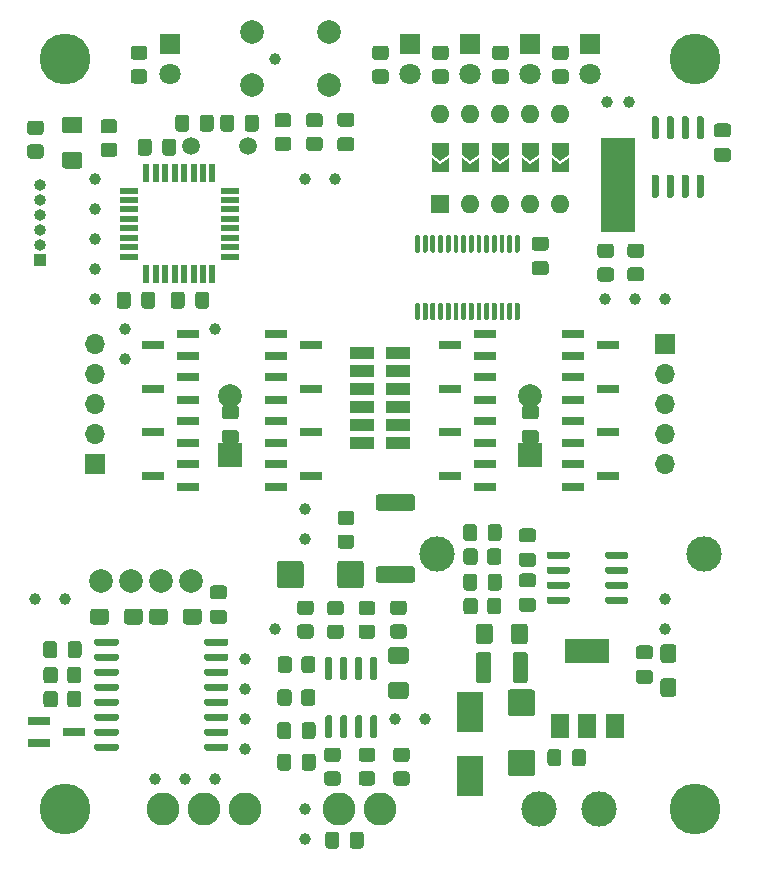
<source format=gbs>
G04 #@! TF.GenerationSoftware,KiCad,Pcbnew,5.1.12-84ad8e8a86~92~ubuntu16.04.1*
G04 #@! TF.CreationDate,2022-11-17T23:34:12+01:00*
G04 #@! TF.ProjectId,Mainboard,4d61696e-626f-4617-9264-2e6b69636164,rev?*
G04 #@! TF.SameCoordinates,Original*
G04 #@! TF.FileFunction,Soldermask,Bot*
G04 #@! TF.FilePolarity,Negative*
%FSLAX46Y46*%
G04 Gerber Fmt 4.6, Leading zero omitted, Abs format (unit mm)*
G04 Created by KiCad (PCBNEW 5.1.12-84ad8e8a86~92~ubuntu16.04.1) date 2022-11-17 23:34:12*
%MOMM*%
%LPD*%
G01*
G04 APERTURE LIST*
%ADD10C,1.000000*%
%ADD11R,1.000000X1.000000*%
%ADD12O,1.000000X1.000000*%
%ADD13R,2.032000X1.070000*%
%ADD14R,1.900000X0.800000*%
%ADD15C,0.100000*%
%ADD16C,3.000000*%
%ADD17C,4.300000*%
%ADD18C,2.800000*%
%ADD19C,2.000000*%
%ADD20R,1.800000X1.800000*%
%ADD21C,1.800000*%
%ADD22R,3.000000X8.000000*%
%ADD23R,0.550000X1.600000*%
%ADD24R,1.600000X0.550000*%
%ADD25R,2.000000X2.000000*%
%ADD26R,1.700000X1.700000*%
%ADD27O,1.700000X1.700000*%
%ADD28C,1.500000*%
%ADD29R,3.800000X2.000000*%
%ADD30R,1.500000X2.000000*%
%ADD31R,1.600000X1.600000*%
%ADD32O,1.600000X1.600000*%
%ADD33R,2.300000X3.500000*%
G04 APERTURE END LIST*
G36*
G01*
X132026500Y-63332000D02*
X133276500Y-63332000D01*
G75*
G02*
X133526500Y-63582000I0J-250000D01*
G01*
X133526500Y-64507000D01*
G75*
G02*
X133276500Y-64757000I-250000J0D01*
G01*
X132026500Y-64757000D01*
G75*
G02*
X131776500Y-64507000I0J250000D01*
G01*
X131776500Y-63582000D01*
G75*
G02*
X132026500Y-63332000I250000J0D01*
G01*
G37*
G36*
G01*
X132026500Y-66307000D02*
X133276500Y-66307000D01*
G75*
G02*
X133526500Y-66557000I0J-250000D01*
G01*
X133526500Y-67482000D01*
G75*
G02*
X133276500Y-67732000I-250000J0D01*
G01*
X132026500Y-67732000D01*
G75*
G02*
X131776500Y-67482000I0J250000D01*
G01*
X131776500Y-66557000D01*
G75*
G02*
X132026500Y-66307000I250000J0D01*
G01*
G37*
D10*
X152400000Y-68580000D03*
X160020000Y-114300000D03*
D11*
X129921000Y-75501500D03*
D12*
X129921000Y-74231500D03*
X129921000Y-72961500D03*
X129921000Y-71691500D03*
X129921000Y-70421500D03*
X129921000Y-69151500D03*
D10*
X152400000Y-96520000D03*
X152400000Y-99060000D03*
X182880000Y-104140000D03*
G36*
G01*
X166837000Y-107749500D02*
X166837000Y-106499500D01*
G75*
G02*
X167087000Y-106249500I250000J0D01*
G01*
X168012000Y-106249500D01*
G75*
G02*
X168262000Y-106499500I0J-250000D01*
G01*
X168262000Y-107749500D01*
G75*
G02*
X168012000Y-107999500I-250000J0D01*
G01*
X167087000Y-107999500D01*
G75*
G02*
X166837000Y-107749500I0J250000D01*
G01*
G37*
G36*
G01*
X169812000Y-107749500D02*
X169812000Y-106499500D01*
G75*
G02*
X170062000Y-106249500I250000J0D01*
G01*
X170987000Y-106249500D01*
G75*
G02*
X171237000Y-106499500I0J-250000D01*
G01*
X171237000Y-107749500D01*
G75*
G02*
X170987000Y-107999500I-250000J0D01*
G01*
X170062000Y-107999500D01*
G75*
G02*
X169812000Y-107749500I0J250000D01*
G01*
G37*
X129540000Y-104140000D03*
X147320000Y-109220000D03*
X147320000Y-116840000D03*
X134620000Y-68580000D03*
D13*
X160274000Y-90932000D03*
X157226000Y-90932000D03*
X160274000Y-89408000D03*
X157226000Y-89408000D03*
X160274000Y-87884000D03*
X157226000Y-87884000D03*
X160274000Y-86360000D03*
X157226000Y-86360000D03*
X160274000Y-84836000D03*
X157226000Y-84836000D03*
X160274000Y-83312000D03*
X157226000Y-83312000D03*
D14*
X142470000Y-89093000D03*
X142470000Y-90993000D03*
X139470000Y-90043000D03*
X142470000Y-92776000D03*
X142470000Y-94676000D03*
X139470000Y-93726000D03*
D15*
G36*
X163080000Y-68027000D02*
G01*
X163080000Y-66877000D01*
X163830000Y-67377000D01*
X164580000Y-66877000D01*
X164580000Y-68027000D01*
X163080000Y-68027000D01*
G37*
G36*
X163830000Y-67077000D02*
G01*
X163080000Y-66577000D01*
X163080000Y-65577000D01*
X164580000Y-65577000D01*
X164580000Y-66577000D01*
X163830000Y-67077000D01*
G37*
G36*
X165620000Y-68027000D02*
G01*
X165620000Y-66877000D01*
X166370000Y-67377000D01*
X167120000Y-66877000D01*
X167120000Y-68027000D01*
X165620000Y-68027000D01*
G37*
G36*
X166370000Y-67077000D02*
G01*
X165620000Y-66577000D01*
X165620000Y-65577000D01*
X167120000Y-65577000D01*
X167120000Y-66577000D01*
X166370000Y-67077000D01*
G37*
G36*
X168160000Y-68027000D02*
G01*
X168160000Y-66877000D01*
X168910000Y-67377000D01*
X169660000Y-66877000D01*
X169660000Y-68027000D01*
X168160000Y-68027000D01*
G37*
G36*
X168910000Y-67077000D02*
G01*
X168160000Y-66577000D01*
X168160000Y-65577000D01*
X169660000Y-65577000D01*
X169660000Y-66577000D01*
X168910000Y-67077000D01*
G37*
G36*
X170700000Y-68027000D02*
G01*
X170700000Y-66877000D01*
X171450000Y-67377000D01*
X172200000Y-66877000D01*
X172200000Y-68027000D01*
X170700000Y-68027000D01*
G37*
G36*
X171450000Y-67077000D02*
G01*
X170700000Y-66577000D01*
X170700000Y-65577000D01*
X172200000Y-65577000D01*
X172200000Y-66577000D01*
X171450000Y-67077000D01*
G37*
G36*
X173240000Y-68027000D02*
G01*
X173240000Y-66877000D01*
X173990000Y-67377000D01*
X174740000Y-66877000D01*
X174740000Y-68027000D01*
X173240000Y-68027000D01*
G37*
G36*
X173990000Y-67077000D02*
G01*
X173240000Y-66577000D01*
X173240000Y-65577000D01*
X174740000Y-65577000D01*
X174740000Y-66577000D01*
X173990000Y-67077000D01*
G37*
G36*
G01*
X154077000Y-125062000D02*
X154077000Y-124112000D01*
G75*
G02*
X154327000Y-123862000I250000J0D01*
G01*
X155002000Y-123862000D01*
G75*
G02*
X155252000Y-124112000I0J-250000D01*
G01*
X155252000Y-125062000D01*
G75*
G02*
X155002000Y-125312000I-250000J0D01*
G01*
X154327000Y-125312000D01*
G75*
G02*
X154077000Y-125062000I0J250000D01*
G01*
G37*
G36*
G01*
X156152000Y-125062000D02*
X156152000Y-124112000D01*
G75*
G02*
X156402000Y-123862000I250000J0D01*
G01*
X157077000Y-123862000D01*
G75*
G02*
X157327000Y-124112000I0J-250000D01*
G01*
X157327000Y-125062000D01*
G75*
G02*
X157077000Y-125312000I-250000J0D01*
G01*
X156402000Y-125312000D01*
G75*
G02*
X156152000Y-125062000I0J250000D01*
G01*
G37*
G36*
G01*
X171925000Y-91033000D02*
X170975000Y-91033000D01*
G75*
G02*
X170725000Y-90783000I0J250000D01*
G01*
X170725000Y-90108000D01*
G75*
G02*
X170975000Y-89858000I250000J0D01*
G01*
X171925000Y-89858000D01*
G75*
G02*
X172175000Y-90108000I0J-250000D01*
G01*
X172175000Y-90783000D01*
G75*
G02*
X171925000Y-91033000I-250000J0D01*
G01*
G37*
G36*
G01*
X171925000Y-88958000D02*
X170975000Y-88958000D01*
G75*
G02*
X170725000Y-88708000I0J250000D01*
G01*
X170725000Y-88033000D01*
G75*
G02*
X170975000Y-87783000I250000J0D01*
G01*
X171925000Y-87783000D01*
G75*
G02*
X172175000Y-88033000I0J-250000D01*
G01*
X172175000Y-88708000D01*
G75*
G02*
X171925000Y-88958000I-250000J0D01*
G01*
G37*
G36*
G01*
X146525000Y-91033000D02*
X145575000Y-91033000D01*
G75*
G02*
X145325000Y-90783000I0J250000D01*
G01*
X145325000Y-90108000D01*
G75*
G02*
X145575000Y-89858000I250000J0D01*
G01*
X146525000Y-89858000D01*
G75*
G02*
X146775000Y-90108000I0J-250000D01*
G01*
X146775000Y-90783000D01*
G75*
G02*
X146525000Y-91033000I-250000J0D01*
G01*
G37*
G36*
G01*
X146525000Y-88958000D02*
X145575000Y-88958000D01*
G75*
G02*
X145325000Y-88708000I0J250000D01*
G01*
X145325000Y-88033000D01*
G75*
G02*
X145575000Y-87783000I250000J0D01*
G01*
X146525000Y-87783000D01*
G75*
G02*
X146775000Y-88033000I0J-250000D01*
G01*
X146775000Y-88708000D01*
G75*
G02*
X146525000Y-88958000I-250000J0D01*
G01*
G37*
G36*
G01*
X176144500Y-117127000D02*
X176144500Y-118077000D01*
G75*
G02*
X175894500Y-118327000I-250000J0D01*
G01*
X175219500Y-118327000D01*
G75*
G02*
X174969500Y-118077000I0J250000D01*
G01*
X174969500Y-117127000D01*
G75*
G02*
X175219500Y-116877000I250000J0D01*
G01*
X175894500Y-116877000D01*
G75*
G02*
X176144500Y-117127000I0J-250000D01*
G01*
G37*
G36*
G01*
X174069500Y-117127000D02*
X174069500Y-118077000D01*
G75*
G02*
X173819500Y-118327000I-250000J0D01*
G01*
X173144500Y-118327000D01*
G75*
G02*
X172894500Y-118077000I0J250000D01*
G01*
X172894500Y-117127000D01*
G75*
G02*
X173144500Y-116877000I250000J0D01*
G01*
X173819500Y-116877000D01*
G75*
G02*
X174069500Y-117127000I0J-250000D01*
G01*
G37*
G36*
G01*
X169762999Y-111831500D02*
X171613001Y-111831500D01*
G75*
G02*
X171863000Y-112081499I0J-249999D01*
G01*
X171863000Y-113831501D01*
G75*
G02*
X171613001Y-114081500I-249999J0D01*
G01*
X169762999Y-114081500D01*
G75*
G02*
X169513000Y-113831501I0J249999D01*
G01*
X169513000Y-112081499D01*
G75*
G02*
X169762999Y-111831500I249999J0D01*
G01*
G37*
G36*
G01*
X169762999Y-116931500D02*
X171613001Y-116931500D01*
G75*
G02*
X171863000Y-117181499I0J-249999D01*
G01*
X171863000Y-118931501D01*
G75*
G02*
X171613001Y-119181500I-249999J0D01*
G01*
X169762999Y-119181500D01*
G75*
G02*
X169513000Y-118931501I0J249999D01*
G01*
X169513000Y-117181499D01*
G75*
G02*
X169762999Y-116931500I249999J0D01*
G01*
G37*
G36*
G01*
X130226000Y-111067001D02*
X130226000Y-110166999D01*
G75*
G02*
X130475999Y-109917000I249999J0D01*
G01*
X131176001Y-109917000D01*
G75*
G02*
X131426000Y-110166999I0J-249999D01*
G01*
X131426000Y-111067001D01*
G75*
G02*
X131176001Y-111317000I-249999J0D01*
G01*
X130475999Y-111317000D01*
G75*
G02*
X130226000Y-111067001I0J249999D01*
G01*
G37*
G36*
G01*
X132226000Y-111067001D02*
X132226000Y-110166999D01*
G75*
G02*
X132475999Y-109917000I249999J0D01*
G01*
X133176001Y-109917000D01*
G75*
G02*
X133426000Y-110166999I0J-249999D01*
G01*
X133426000Y-111067001D01*
G75*
G02*
X133176001Y-111317000I-249999J0D01*
G01*
X132475999Y-111317000D01*
G75*
G02*
X132226000Y-111067001I0J249999D01*
G01*
G37*
G36*
G01*
X145509000Y-106273000D02*
X144559000Y-106273000D01*
G75*
G02*
X144309000Y-106023000I0J250000D01*
G01*
X144309000Y-105348000D01*
G75*
G02*
X144559000Y-105098000I250000J0D01*
G01*
X145509000Y-105098000D01*
G75*
G02*
X145759000Y-105348000I0J-250000D01*
G01*
X145759000Y-106023000D01*
G75*
G02*
X145509000Y-106273000I-250000J0D01*
G01*
G37*
G36*
G01*
X145509000Y-104198000D02*
X144559000Y-104198000D01*
G75*
G02*
X144309000Y-103948000I0J250000D01*
G01*
X144309000Y-103273000D01*
G75*
G02*
X144559000Y-103023000I250000J0D01*
G01*
X145509000Y-103023000D01*
G75*
G02*
X145759000Y-103273000I0J-250000D01*
G01*
X145759000Y-103948000D01*
G75*
G02*
X145509000Y-104198000I-250000J0D01*
G01*
G37*
G36*
G01*
X130201000Y-108933000D02*
X130201000Y-107983000D01*
G75*
G02*
X130451000Y-107733000I250000J0D01*
G01*
X131126000Y-107733000D01*
G75*
G02*
X131376000Y-107983000I0J-250000D01*
G01*
X131376000Y-108933000D01*
G75*
G02*
X131126000Y-109183000I-250000J0D01*
G01*
X130451000Y-109183000D01*
G75*
G02*
X130201000Y-108933000I0J250000D01*
G01*
G37*
G36*
G01*
X132276000Y-108933000D02*
X132276000Y-107983000D01*
G75*
G02*
X132526000Y-107733000I250000J0D01*
G01*
X133201000Y-107733000D01*
G75*
G02*
X133451000Y-107983000I0J-250000D01*
G01*
X133451000Y-108933000D01*
G75*
G02*
X133201000Y-109183000I-250000J0D01*
G01*
X132526000Y-109183000D01*
G75*
G02*
X132276000Y-108933000I0J250000D01*
G01*
G37*
D16*
X163576000Y-100330000D03*
X186176000Y-100330000D03*
D17*
X185420000Y-58420000D03*
D18*
X140320000Y-121920000D03*
X143820000Y-121920000D03*
X147320000Y-121920000D03*
G36*
G01*
X171237000Y-108907000D02*
X171237000Y-111057000D01*
G75*
G02*
X170987000Y-111307000I-250000J0D01*
G01*
X170187000Y-111307000D01*
G75*
G02*
X169937000Y-111057000I0J250000D01*
G01*
X169937000Y-108907000D01*
G75*
G02*
X170187000Y-108657000I250000J0D01*
G01*
X170987000Y-108657000D01*
G75*
G02*
X171237000Y-108907000I0J-250000D01*
G01*
G37*
G36*
G01*
X168137000Y-108907000D02*
X168137000Y-111057000D01*
G75*
G02*
X167887000Y-111307000I-250000J0D01*
G01*
X167087000Y-111307000D01*
G75*
G02*
X166837000Y-111057000I0J250000D01*
G01*
X166837000Y-108907000D01*
G75*
G02*
X167087000Y-108657000I250000J0D01*
G01*
X167887000Y-108657000D01*
G75*
G02*
X168137000Y-108907000I0J-250000D01*
G01*
G37*
D19*
X135128000Y-102616000D03*
X137668000Y-102616000D03*
X140208000Y-102616000D03*
X142748000Y-102616000D03*
D18*
X155250000Y-121920000D03*
X158750000Y-121920000D03*
D10*
X162560000Y-114300000D03*
X147320000Y-111760000D03*
X147320000Y-114300000D03*
X134620000Y-76200000D03*
X149860000Y-58420000D03*
X182880000Y-78740000D03*
X180340000Y-78740000D03*
D16*
X172212000Y-121920000D03*
X177292000Y-121920000D03*
D20*
X140970000Y-57150000D03*
D21*
X140970000Y-59690000D03*
D14*
X149884000Y-94676000D03*
X149884000Y-92776000D03*
X152884000Y-93726000D03*
G36*
G01*
X179726000Y-100307000D02*
X179726000Y-100607000D01*
G75*
G02*
X179576000Y-100757000I-150000J0D01*
G01*
X177926000Y-100757000D01*
G75*
G02*
X177776000Y-100607000I0J150000D01*
G01*
X177776000Y-100307000D01*
G75*
G02*
X177926000Y-100157000I150000J0D01*
G01*
X179576000Y-100157000D01*
G75*
G02*
X179726000Y-100307000I0J-150000D01*
G01*
G37*
G36*
G01*
X179726000Y-101577000D02*
X179726000Y-101877000D01*
G75*
G02*
X179576000Y-102027000I-150000J0D01*
G01*
X177926000Y-102027000D01*
G75*
G02*
X177776000Y-101877000I0J150000D01*
G01*
X177776000Y-101577000D01*
G75*
G02*
X177926000Y-101427000I150000J0D01*
G01*
X179576000Y-101427000D01*
G75*
G02*
X179726000Y-101577000I0J-150000D01*
G01*
G37*
G36*
G01*
X179726000Y-102847000D02*
X179726000Y-103147000D01*
G75*
G02*
X179576000Y-103297000I-150000J0D01*
G01*
X177926000Y-103297000D01*
G75*
G02*
X177776000Y-103147000I0J150000D01*
G01*
X177776000Y-102847000D01*
G75*
G02*
X177926000Y-102697000I150000J0D01*
G01*
X179576000Y-102697000D01*
G75*
G02*
X179726000Y-102847000I0J-150000D01*
G01*
G37*
G36*
G01*
X179726000Y-104117000D02*
X179726000Y-104417000D01*
G75*
G02*
X179576000Y-104567000I-150000J0D01*
G01*
X177926000Y-104567000D01*
G75*
G02*
X177776000Y-104417000I0J150000D01*
G01*
X177776000Y-104117000D01*
G75*
G02*
X177926000Y-103967000I150000J0D01*
G01*
X179576000Y-103967000D01*
G75*
G02*
X179726000Y-104117000I0J-150000D01*
G01*
G37*
G36*
G01*
X174776000Y-104117000D02*
X174776000Y-104417000D01*
G75*
G02*
X174626000Y-104567000I-150000J0D01*
G01*
X172976000Y-104567000D01*
G75*
G02*
X172826000Y-104417000I0J150000D01*
G01*
X172826000Y-104117000D01*
G75*
G02*
X172976000Y-103967000I150000J0D01*
G01*
X174626000Y-103967000D01*
G75*
G02*
X174776000Y-104117000I0J-150000D01*
G01*
G37*
G36*
G01*
X174776000Y-102847000D02*
X174776000Y-103147000D01*
G75*
G02*
X174626000Y-103297000I-150000J0D01*
G01*
X172976000Y-103297000D01*
G75*
G02*
X172826000Y-103147000I0J150000D01*
G01*
X172826000Y-102847000D01*
G75*
G02*
X172976000Y-102697000I150000J0D01*
G01*
X174626000Y-102697000D01*
G75*
G02*
X174776000Y-102847000I0J-150000D01*
G01*
G37*
G36*
G01*
X174776000Y-101577000D02*
X174776000Y-101877000D01*
G75*
G02*
X174626000Y-102027000I-150000J0D01*
G01*
X172976000Y-102027000D01*
G75*
G02*
X172826000Y-101877000I0J150000D01*
G01*
X172826000Y-101577000D01*
G75*
G02*
X172976000Y-101427000I150000J0D01*
G01*
X174626000Y-101427000D01*
G75*
G02*
X174776000Y-101577000I0J-150000D01*
G01*
G37*
G36*
G01*
X174776000Y-100307000D02*
X174776000Y-100607000D01*
G75*
G02*
X174626000Y-100757000I-150000J0D01*
G01*
X172976000Y-100757000D01*
G75*
G02*
X172826000Y-100607000I0J150000D01*
G01*
X172826000Y-100307000D01*
G75*
G02*
X172976000Y-100157000I150000J0D01*
G01*
X174626000Y-100157000D01*
G75*
G02*
X174776000Y-100307000I0J-150000D01*
G01*
G37*
D10*
X179832000Y-62103000D03*
X177932000Y-62103000D03*
D22*
X178882000Y-69103000D03*
G36*
G01*
X188181000Y-67157000D02*
X187231000Y-67157000D01*
G75*
G02*
X186981000Y-66907000I0J250000D01*
G01*
X186981000Y-66232000D01*
G75*
G02*
X187231000Y-65982000I250000J0D01*
G01*
X188181000Y-65982000D01*
G75*
G02*
X188431000Y-66232000I0J-250000D01*
G01*
X188431000Y-66907000D01*
G75*
G02*
X188181000Y-67157000I-250000J0D01*
G01*
G37*
G36*
G01*
X188181000Y-65082000D02*
X187231000Y-65082000D01*
G75*
G02*
X186981000Y-64832000I0J250000D01*
G01*
X186981000Y-64157000D01*
G75*
G02*
X187231000Y-63907000I250000J0D01*
G01*
X188181000Y-63907000D01*
G75*
G02*
X188431000Y-64157000I0J-250000D01*
G01*
X188431000Y-64832000D01*
G75*
G02*
X188181000Y-65082000I-250000J0D01*
G01*
G37*
G36*
G01*
X179919999Y-74090000D02*
X180820001Y-74090000D01*
G75*
G02*
X181070000Y-74339999I0J-249999D01*
G01*
X181070000Y-75040001D01*
G75*
G02*
X180820001Y-75290000I-249999J0D01*
G01*
X179919999Y-75290000D01*
G75*
G02*
X179670000Y-75040001I0J249999D01*
G01*
X179670000Y-74339999D01*
G75*
G02*
X179919999Y-74090000I249999J0D01*
G01*
G37*
G36*
G01*
X179919999Y-76090000D02*
X180820001Y-76090000D01*
G75*
G02*
X181070000Y-76339999I0J-249999D01*
G01*
X181070000Y-77040001D01*
G75*
G02*
X180820001Y-77290000I-249999J0D01*
G01*
X179919999Y-77290000D01*
G75*
G02*
X179670000Y-77040001I0J249999D01*
G01*
X179670000Y-76339999D01*
G75*
G02*
X179919999Y-76090000I249999J0D01*
G01*
G37*
G36*
G01*
X181861000Y-63290000D02*
X182161000Y-63290000D01*
G75*
G02*
X182311000Y-63440000I0J-150000D01*
G01*
X182311000Y-65090000D01*
G75*
G02*
X182161000Y-65240000I-150000J0D01*
G01*
X181861000Y-65240000D01*
G75*
G02*
X181711000Y-65090000I0J150000D01*
G01*
X181711000Y-63440000D01*
G75*
G02*
X181861000Y-63290000I150000J0D01*
G01*
G37*
G36*
G01*
X183131000Y-63290000D02*
X183431000Y-63290000D01*
G75*
G02*
X183581000Y-63440000I0J-150000D01*
G01*
X183581000Y-65090000D01*
G75*
G02*
X183431000Y-65240000I-150000J0D01*
G01*
X183131000Y-65240000D01*
G75*
G02*
X182981000Y-65090000I0J150000D01*
G01*
X182981000Y-63440000D01*
G75*
G02*
X183131000Y-63290000I150000J0D01*
G01*
G37*
G36*
G01*
X184401000Y-63290000D02*
X184701000Y-63290000D01*
G75*
G02*
X184851000Y-63440000I0J-150000D01*
G01*
X184851000Y-65090000D01*
G75*
G02*
X184701000Y-65240000I-150000J0D01*
G01*
X184401000Y-65240000D01*
G75*
G02*
X184251000Y-65090000I0J150000D01*
G01*
X184251000Y-63440000D01*
G75*
G02*
X184401000Y-63290000I150000J0D01*
G01*
G37*
G36*
G01*
X185671000Y-63290000D02*
X185971000Y-63290000D01*
G75*
G02*
X186121000Y-63440000I0J-150000D01*
G01*
X186121000Y-65090000D01*
G75*
G02*
X185971000Y-65240000I-150000J0D01*
G01*
X185671000Y-65240000D01*
G75*
G02*
X185521000Y-65090000I0J150000D01*
G01*
X185521000Y-63440000D01*
G75*
G02*
X185671000Y-63290000I150000J0D01*
G01*
G37*
G36*
G01*
X185671000Y-68240000D02*
X185971000Y-68240000D01*
G75*
G02*
X186121000Y-68390000I0J-150000D01*
G01*
X186121000Y-70040000D01*
G75*
G02*
X185971000Y-70190000I-150000J0D01*
G01*
X185671000Y-70190000D01*
G75*
G02*
X185521000Y-70040000I0J150000D01*
G01*
X185521000Y-68390000D01*
G75*
G02*
X185671000Y-68240000I150000J0D01*
G01*
G37*
G36*
G01*
X184401000Y-68240000D02*
X184701000Y-68240000D01*
G75*
G02*
X184851000Y-68390000I0J-150000D01*
G01*
X184851000Y-70040000D01*
G75*
G02*
X184701000Y-70190000I-150000J0D01*
G01*
X184401000Y-70190000D01*
G75*
G02*
X184251000Y-70040000I0J150000D01*
G01*
X184251000Y-68390000D01*
G75*
G02*
X184401000Y-68240000I150000J0D01*
G01*
G37*
G36*
G01*
X183131000Y-68240000D02*
X183431000Y-68240000D01*
G75*
G02*
X183581000Y-68390000I0J-150000D01*
G01*
X183581000Y-70040000D01*
G75*
G02*
X183431000Y-70190000I-150000J0D01*
G01*
X183131000Y-70190000D01*
G75*
G02*
X182981000Y-70040000I0J150000D01*
G01*
X182981000Y-68390000D01*
G75*
G02*
X183131000Y-68240000I150000J0D01*
G01*
G37*
G36*
G01*
X181861000Y-68240000D02*
X182161000Y-68240000D01*
G75*
G02*
X182311000Y-68390000I0J-150000D01*
G01*
X182311000Y-70040000D01*
G75*
G02*
X182161000Y-70190000I-150000J0D01*
G01*
X181861000Y-70190000D01*
G75*
G02*
X181711000Y-70040000I0J150000D01*
G01*
X181711000Y-68390000D01*
G75*
G02*
X181861000Y-68240000I150000J0D01*
G01*
G37*
G36*
G01*
X138623000Y-105238999D02*
X138623000Y-106089001D01*
G75*
G02*
X138373001Y-106339000I-249999J0D01*
G01*
X137297999Y-106339000D01*
G75*
G02*
X137048000Y-106089001I0J249999D01*
G01*
X137048000Y-105238999D01*
G75*
G02*
X137297999Y-104989000I249999J0D01*
G01*
X138373001Y-104989000D01*
G75*
G02*
X138623000Y-105238999I0J-249999D01*
G01*
G37*
G36*
G01*
X135748000Y-105238999D02*
X135748000Y-106089001D01*
G75*
G02*
X135498001Y-106339000I-249999J0D01*
G01*
X134422999Y-106339000D01*
G75*
G02*
X134173000Y-106089001I0J249999D01*
G01*
X134173000Y-105238999D01*
G75*
G02*
X134422999Y-104989000I249999J0D01*
G01*
X135498001Y-104989000D01*
G75*
G02*
X135748000Y-105238999I0J-249999D01*
G01*
G37*
G36*
G01*
X139166500Y-106089001D02*
X139166500Y-105238999D01*
G75*
G02*
X139416499Y-104989000I249999J0D01*
G01*
X140491501Y-104989000D01*
G75*
G02*
X140741500Y-105238999I0J-249999D01*
G01*
X140741500Y-106089001D01*
G75*
G02*
X140491501Y-106339000I-249999J0D01*
G01*
X139416499Y-106339000D01*
G75*
G02*
X139166500Y-106089001I0J249999D01*
G01*
G37*
G36*
G01*
X142041500Y-106089001D02*
X142041500Y-105238999D01*
G75*
G02*
X142291499Y-104989000I249999J0D01*
G01*
X143366501Y-104989000D01*
G75*
G02*
X143616500Y-105238999I0J-249999D01*
G01*
X143616500Y-106089001D01*
G75*
G02*
X143366501Y-106339000I-249999J0D01*
G01*
X142291499Y-106339000D01*
G75*
G02*
X142041500Y-106089001I0J249999D01*
G01*
G37*
G36*
G01*
X141452000Y-65438000D02*
X141452000Y-66388000D01*
G75*
G02*
X141202000Y-66638000I-250000J0D01*
G01*
X140527000Y-66638000D01*
G75*
G02*
X140277000Y-66388000I0J250000D01*
G01*
X140277000Y-65438000D01*
G75*
G02*
X140527000Y-65188000I250000J0D01*
G01*
X141202000Y-65188000D01*
G75*
G02*
X141452000Y-65438000I0J-250000D01*
G01*
G37*
G36*
G01*
X139377000Y-65438000D02*
X139377000Y-66388000D01*
G75*
G02*
X139127000Y-66638000I-250000J0D01*
G01*
X138452000Y-66638000D01*
G75*
G02*
X138202000Y-66388000I0J250000D01*
G01*
X138202000Y-65438000D01*
G75*
G02*
X138452000Y-65188000I250000J0D01*
G01*
X139127000Y-65188000D01*
G75*
G02*
X139377000Y-65438000I0J-250000D01*
G01*
G37*
G36*
G01*
X140996000Y-79342000D02*
X140996000Y-78392000D01*
G75*
G02*
X141246000Y-78142000I250000J0D01*
G01*
X141921000Y-78142000D01*
G75*
G02*
X142171000Y-78392000I0J-250000D01*
G01*
X142171000Y-79342000D01*
G75*
G02*
X141921000Y-79592000I-250000J0D01*
G01*
X141246000Y-79592000D01*
G75*
G02*
X140996000Y-79342000I0J250000D01*
G01*
G37*
G36*
G01*
X143071000Y-79342000D02*
X143071000Y-78392000D01*
G75*
G02*
X143321000Y-78142000I250000J0D01*
G01*
X143996000Y-78142000D01*
G75*
G02*
X144246000Y-78392000I0J-250000D01*
G01*
X144246000Y-79342000D01*
G75*
G02*
X143996000Y-79592000I-250000J0D01*
G01*
X143321000Y-79592000D01*
G75*
G02*
X143071000Y-79342000I0J250000D01*
G01*
G37*
G36*
G01*
X157345000Y-101182999D02*
X157345000Y-103033001D01*
G75*
G02*
X157095001Y-103283000I-249999J0D01*
G01*
X155344999Y-103283000D01*
G75*
G02*
X155095000Y-103033001I0J249999D01*
G01*
X155095000Y-101182999D01*
G75*
G02*
X155344999Y-100933000I249999J0D01*
G01*
X157095001Y-100933000D01*
G75*
G02*
X157345000Y-101182999I0J-249999D01*
G01*
G37*
G36*
G01*
X152245000Y-101182999D02*
X152245000Y-103033001D01*
G75*
G02*
X151995001Y-103283000I-249999J0D01*
G01*
X150244999Y-103283000D01*
G75*
G02*
X149995000Y-103033001I0J249999D01*
G01*
X149995000Y-101182999D01*
G75*
G02*
X150244999Y-100933000I249999J0D01*
G01*
X151995001Y-100933000D01*
G75*
G02*
X152245000Y-101182999I0J-249999D01*
G01*
G37*
D14*
X129818000Y-116393000D03*
X129818000Y-114493000D03*
X132818000Y-115443000D03*
D20*
X176530000Y-57150000D03*
D21*
X176530000Y-59690000D03*
G36*
G01*
X159649000Y-108226500D02*
X160899000Y-108226500D01*
G75*
G02*
X161149000Y-108476500I0J-250000D01*
G01*
X161149000Y-109401500D01*
G75*
G02*
X160899000Y-109651500I-250000J0D01*
G01*
X159649000Y-109651500D01*
G75*
G02*
X159399000Y-109401500I0J250000D01*
G01*
X159399000Y-108476500D01*
G75*
G02*
X159649000Y-108226500I250000J0D01*
G01*
G37*
G36*
G01*
X159649000Y-111201500D02*
X160899000Y-111201500D01*
G75*
G02*
X161149000Y-111451500I0J-250000D01*
G01*
X161149000Y-112376500D01*
G75*
G02*
X160899000Y-112626500I-250000J0D01*
G01*
X159649000Y-112626500D01*
G75*
G02*
X159399000Y-112376500I0J250000D01*
G01*
X159399000Y-111451500D01*
G75*
G02*
X159649000Y-111201500I250000J0D01*
G01*
G37*
G36*
G01*
X130226000Y-113099001D02*
X130226000Y-112198999D01*
G75*
G02*
X130475999Y-111949000I249999J0D01*
G01*
X131176001Y-111949000D01*
G75*
G02*
X131426000Y-112198999I0J-249999D01*
G01*
X131426000Y-113099001D01*
G75*
G02*
X131176001Y-113349000I-249999J0D01*
G01*
X130475999Y-113349000D01*
G75*
G02*
X130226000Y-113099001I0J249999D01*
G01*
G37*
G36*
G01*
X132226000Y-113099001D02*
X132226000Y-112198999D01*
G75*
G02*
X132475999Y-111949000I249999J0D01*
G01*
X133176001Y-111949000D01*
G75*
G02*
X133426000Y-112198999I0J-249999D01*
G01*
X133426000Y-113099001D01*
G75*
G02*
X133176001Y-113349000I-249999J0D01*
G01*
X132475999Y-113349000D01*
G75*
G02*
X132226000Y-113099001I0J249999D01*
G01*
G37*
G36*
G01*
X145883000Y-107673000D02*
X145883000Y-107973000D01*
G75*
G02*
X145733000Y-108123000I-150000J0D01*
G01*
X143983000Y-108123000D01*
G75*
G02*
X143833000Y-107973000I0J150000D01*
G01*
X143833000Y-107673000D01*
G75*
G02*
X143983000Y-107523000I150000J0D01*
G01*
X145733000Y-107523000D01*
G75*
G02*
X145883000Y-107673000I0J-150000D01*
G01*
G37*
G36*
G01*
X145883000Y-108943000D02*
X145883000Y-109243000D01*
G75*
G02*
X145733000Y-109393000I-150000J0D01*
G01*
X143983000Y-109393000D01*
G75*
G02*
X143833000Y-109243000I0J150000D01*
G01*
X143833000Y-108943000D01*
G75*
G02*
X143983000Y-108793000I150000J0D01*
G01*
X145733000Y-108793000D01*
G75*
G02*
X145883000Y-108943000I0J-150000D01*
G01*
G37*
G36*
G01*
X145883000Y-110213000D02*
X145883000Y-110513000D01*
G75*
G02*
X145733000Y-110663000I-150000J0D01*
G01*
X143983000Y-110663000D01*
G75*
G02*
X143833000Y-110513000I0J150000D01*
G01*
X143833000Y-110213000D01*
G75*
G02*
X143983000Y-110063000I150000J0D01*
G01*
X145733000Y-110063000D01*
G75*
G02*
X145883000Y-110213000I0J-150000D01*
G01*
G37*
G36*
G01*
X145883000Y-111483000D02*
X145883000Y-111783000D01*
G75*
G02*
X145733000Y-111933000I-150000J0D01*
G01*
X143983000Y-111933000D01*
G75*
G02*
X143833000Y-111783000I0J150000D01*
G01*
X143833000Y-111483000D01*
G75*
G02*
X143983000Y-111333000I150000J0D01*
G01*
X145733000Y-111333000D01*
G75*
G02*
X145883000Y-111483000I0J-150000D01*
G01*
G37*
G36*
G01*
X145883000Y-112753000D02*
X145883000Y-113053000D01*
G75*
G02*
X145733000Y-113203000I-150000J0D01*
G01*
X143983000Y-113203000D01*
G75*
G02*
X143833000Y-113053000I0J150000D01*
G01*
X143833000Y-112753000D01*
G75*
G02*
X143983000Y-112603000I150000J0D01*
G01*
X145733000Y-112603000D01*
G75*
G02*
X145883000Y-112753000I0J-150000D01*
G01*
G37*
G36*
G01*
X145883000Y-114023000D02*
X145883000Y-114323000D01*
G75*
G02*
X145733000Y-114473000I-150000J0D01*
G01*
X143983000Y-114473000D01*
G75*
G02*
X143833000Y-114323000I0J150000D01*
G01*
X143833000Y-114023000D01*
G75*
G02*
X143983000Y-113873000I150000J0D01*
G01*
X145733000Y-113873000D01*
G75*
G02*
X145883000Y-114023000I0J-150000D01*
G01*
G37*
G36*
G01*
X145883000Y-115293000D02*
X145883000Y-115593000D01*
G75*
G02*
X145733000Y-115743000I-150000J0D01*
G01*
X143983000Y-115743000D01*
G75*
G02*
X143833000Y-115593000I0J150000D01*
G01*
X143833000Y-115293000D01*
G75*
G02*
X143983000Y-115143000I150000J0D01*
G01*
X145733000Y-115143000D01*
G75*
G02*
X145883000Y-115293000I0J-150000D01*
G01*
G37*
G36*
G01*
X145883000Y-116563000D02*
X145883000Y-116863000D01*
G75*
G02*
X145733000Y-117013000I-150000J0D01*
G01*
X143983000Y-117013000D01*
G75*
G02*
X143833000Y-116863000I0J150000D01*
G01*
X143833000Y-116563000D01*
G75*
G02*
X143983000Y-116413000I150000J0D01*
G01*
X145733000Y-116413000D01*
G75*
G02*
X145883000Y-116563000I0J-150000D01*
G01*
G37*
G36*
G01*
X136583000Y-116563000D02*
X136583000Y-116863000D01*
G75*
G02*
X136433000Y-117013000I-150000J0D01*
G01*
X134683000Y-117013000D01*
G75*
G02*
X134533000Y-116863000I0J150000D01*
G01*
X134533000Y-116563000D01*
G75*
G02*
X134683000Y-116413000I150000J0D01*
G01*
X136433000Y-116413000D01*
G75*
G02*
X136583000Y-116563000I0J-150000D01*
G01*
G37*
G36*
G01*
X136583000Y-115293000D02*
X136583000Y-115593000D01*
G75*
G02*
X136433000Y-115743000I-150000J0D01*
G01*
X134683000Y-115743000D01*
G75*
G02*
X134533000Y-115593000I0J150000D01*
G01*
X134533000Y-115293000D01*
G75*
G02*
X134683000Y-115143000I150000J0D01*
G01*
X136433000Y-115143000D01*
G75*
G02*
X136583000Y-115293000I0J-150000D01*
G01*
G37*
G36*
G01*
X136583000Y-114023000D02*
X136583000Y-114323000D01*
G75*
G02*
X136433000Y-114473000I-150000J0D01*
G01*
X134683000Y-114473000D01*
G75*
G02*
X134533000Y-114323000I0J150000D01*
G01*
X134533000Y-114023000D01*
G75*
G02*
X134683000Y-113873000I150000J0D01*
G01*
X136433000Y-113873000D01*
G75*
G02*
X136583000Y-114023000I0J-150000D01*
G01*
G37*
G36*
G01*
X136583000Y-112753000D02*
X136583000Y-113053000D01*
G75*
G02*
X136433000Y-113203000I-150000J0D01*
G01*
X134683000Y-113203000D01*
G75*
G02*
X134533000Y-113053000I0J150000D01*
G01*
X134533000Y-112753000D01*
G75*
G02*
X134683000Y-112603000I150000J0D01*
G01*
X136433000Y-112603000D01*
G75*
G02*
X136583000Y-112753000I0J-150000D01*
G01*
G37*
G36*
G01*
X136583000Y-111483000D02*
X136583000Y-111783000D01*
G75*
G02*
X136433000Y-111933000I-150000J0D01*
G01*
X134683000Y-111933000D01*
G75*
G02*
X134533000Y-111783000I0J150000D01*
G01*
X134533000Y-111483000D01*
G75*
G02*
X134683000Y-111333000I150000J0D01*
G01*
X136433000Y-111333000D01*
G75*
G02*
X136583000Y-111483000I0J-150000D01*
G01*
G37*
G36*
G01*
X136583000Y-110213000D02*
X136583000Y-110513000D01*
G75*
G02*
X136433000Y-110663000I-150000J0D01*
G01*
X134683000Y-110663000D01*
G75*
G02*
X134533000Y-110513000I0J150000D01*
G01*
X134533000Y-110213000D01*
G75*
G02*
X134683000Y-110063000I150000J0D01*
G01*
X136433000Y-110063000D01*
G75*
G02*
X136583000Y-110213000I0J-150000D01*
G01*
G37*
G36*
G01*
X136583000Y-108943000D02*
X136583000Y-109243000D01*
G75*
G02*
X136433000Y-109393000I-150000J0D01*
G01*
X134683000Y-109393000D01*
G75*
G02*
X134533000Y-109243000I0J150000D01*
G01*
X134533000Y-108943000D01*
G75*
G02*
X134683000Y-108793000I150000J0D01*
G01*
X136433000Y-108793000D01*
G75*
G02*
X136583000Y-108943000I0J-150000D01*
G01*
G37*
G36*
G01*
X136583000Y-107673000D02*
X136583000Y-107973000D01*
G75*
G02*
X136433000Y-108123000I-150000J0D01*
G01*
X134683000Y-108123000D01*
G75*
G02*
X134533000Y-107973000I0J150000D01*
G01*
X134533000Y-107673000D01*
G75*
G02*
X134683000Y-107523000I150000J0D01*
G01*
X136433000Y-107523000D01*
G75*
G02*
X136583000Y-107673000I0J-150000D01*
G01*
G37*
D23*
X138932000Y-68140000D03*
X139732000Y-68140000D03*
X140532000Y-68140000D03*
X141332000Y-68140000D03*
X142132000Y-68140000D03*
X142932000Y-68140000D03*
X143732000Y-68140000D03*
X144532000Y-68140000D03*
D24*
X145982000Y-69590000D03*
X145982000Y-70390000D03*
X145982000Y-71190000D03*
X145982000Y-71990000D03*
X145982000Y-72790000D03*
X145982000Y-73590000D03*
X145982000Y-74390000D03*
X145982000Y-75190000D03*
D23*
X144532000Y-76640000D03*
X143732000Y-76640000D03*
X142932000Y-76640000D03*
X142132000Y-76640000D03*
X141332000Y-76640000D03*
X140532000Y-76640000D03*
X139732000Y-76640000D03*
X138932000Y-76640000D03*
D24*
X137482000Y-75190000D03*
X137482000Y-74390000D03*
X137482000Y-73590000D03*
X137482000Y-72790000D03*
X137482000Y-71990000D03*
X137482000Y-71190000D03*
X137482000Y-70390000D03*
X137482000Y-69590000D03*
D25*
X146050000Y-91948000D03*
D19*
X146050000Y-86948000D03*
D25*
X171450000Y-91948000D03*
D19*
X171450000Y-86948000D03*
D17*
X132080000Y-58420000D03*
D26*
X182880000Y-82550000D03*
D27*
X182880000Y-85090000D03*
X182880000Y-87630000D03*
X182880000Y-90170000D03*
X182880000Y-92710000D03*
D26*
X134620000Y-92710000D03*
D27*
X134620000Y-90170000D03*
X134620000Y-87630000D03*
X134620000Y-85090000D03*
X134620000Y-82550000D03*
D28*
X147574000Y-65786000D03*
X142694000Y-65786000D03*
G36*
G01*
X158594999Y-95310000D02*
X161445001Y-95310000D01*
G75*
G02*
X161695000Y-95559999I0J-249999D01*
G01*
X161695000Y-96460001D01*
G75*
G02*
X161445001Y-96710000I-249999J0D01*
G01*
X158594999Y-96710000D01*
G75*
G02*
X158345000Y-96460001I0J249999D01*
G01*
X158345000Y-95559999D01*
G75*
G02*
X158594999Y-95310000I249999J0D01*
G01*
G37*
G36*
G01*
X158594999Y-101410000D02*
X161445001Y-101410000D01*
G75*
G02*
X161695000Y-101659999I0J-249999D01*
G01*
X161695000Y-102560001D01*
G75*
G02*
X161445001Y-102810000I-249999J0D01*
G01*
X158594999Y-102810000D01*
G75*
G02*
X158345000Y-102560001I0J249999D01*
G01*
X158345000Y-101659999D01*
G75*
G02*
X158594999Y-101410000I249999J0D01*
G01*
G37*
G36*
G01*
X145187000Y-64356000D02*
X145187000Y-63406000D01*
G75*
G02*
X145437000Y-63156000I250000J0D01*
G01*
X146112000Y-63156000D01*
G75*
G02*
X146362000Y-63406000I0J-250000D01*
G01*
X146362000Y-64356000D01*
G75*
G02*
X146112000Y-64606000I-250000J0D01*
G01*
X145437000Y-64606000D01*
G75*
G02*
X145187000Y-64356000I0J250000D01*
G01*
G37*
G36*
G01*
X147262000Y-64356000D02*
X147262000Y-63406000D01*
G75*
G02*
X147512000Y-63156000I250000J0D01*
G01*
X148187000Y-63156000D01*
G75*
G02*
X148437000Y-63406000I0J-250000D01*
G01*
X148437000Y-64356000D01*
G75*
G02*
X148187000Y-64606000I-250000J0D01*
G01*
X147512000Y-64606000D01*
G75*
G02*
X147262000Y-64356000I0J250000D01*
G01*
G37*
G36*
G01*
X144627000Y-63406000D02*
X144627000Y-64356000D01*
G75*
G02*
X144377000Y-64606000I-250000J0D01*
G01*
X143702000Y-64606000D01*
G75*
G02*
X143452000Y-64356000I0J250000D01*
G01*
X143452000Y-63406000D01*
G75*
G02*
X143702000Y-63156000I250000J0D01*
G01*
X144377000Y-63156000D01*
G75*
G02*
X144627000Y-63406000I0J-250000D01*
G01*
G37*
G36*
G01*
X142552000Y-63406000D02*
X142552000Y-64356000D01*
G75*
G02*
X142302000Y-64606000I-250000J0D01*
G01*
X141627000Y-64606000D01*
G75*
G02*
X141377000Y-64356000I0J250000D01*
G01*
X141377000Y-63406000D01*
G75*
G02*
X141627000Y-63156000I250000J0D01*
G01*
X142302000Y-63156000D01*
G75*
G02*
X142552000Y-63406000I0J-250000D01*
G01*
G37*
D14*
X167616000Y-92776000D03*
X167616000Y-94676000D03*
X164616000Y-93726000D03*
G36*
G01*
X177369999Y-74092000D02*
X178270001Y-74092000D01*
G75*
G02*
X178520000Y-74341999I0J-249999D01*
G01*
X178520000Y-75042001D01*
G75*
G02*
X178270001Y-75292000I-249999J0D01*
G01*
X177369999Y-75292000D01*
G75*
G02*
X177120000Y-75042001I0J249999D01*
G01*
X177120000Y-74341999D01*
G75*
G02*
X177369999Y-74092000I249999J0D01*
G01*
G37*
G36*
G01*
X177369999Y-76092000D02*
X178270001Y-76092000D01*
G75*
G02*
X178520000Y-76341999I0J-249999D01*
G01*
X178520000Y-77042001D01*
G75*
G02*
X178270001Y-77292000I-249999J0D01*
G01*
X177369999Y-77292000D01*
G75*
G02*
X177120000Y-77042001I0J249999D01*
G01*
X177120000Y-76341999D01*
G75*
G02*
X177369999Y-76092000I249999J0D01*
G01*
G37*
G36*
G01*
X150044999Y-63043000D02*
X150945001Y-63043000D01*
G75*
G02*
X151195000Y-63292999I0J-249999D01*
G01*
X151195000Y-63993001D01*
G75*
G02*
X150945001Y-64243000I-249999J0D01*
G01*
X150044999Y-64243000D01*
G75*
G02*
X149795000Y-63993001I0J249999D01*
G01*
X149795000Y-63292999D01*
G75*
G02*
X150044999Y-63043000I249999J0D01*
G01*
G37*
G36*
G01*
X150044999Y-65043000D02*
X150945001Y-65043000D01*
G75*
G02*
X151195000Y-65292999I0J-249999D01*
G01*
X151195000Y-65993001D01*
G75*
G02*
X150945001Y-66243000I-249999J0D01*
G01*
X150044999Y-66243000D01*
G75*
G02*
X149795000Y-65993001I0J249999D01*
G01*
X149795000Y-65292999D01*
G75*
G02*
X150044999Y-65043000I249999J0D01*
G01*
G37*
G36*
G01*
X136424000Y-79342000D02*
X136424000Y-78392000D01*
G75*
G02*
X136674000Y-78142000I250000J0D01*
G01*
X137349000Y-78142000D01*
G75*
G02*
X137599000Y-78392000I0J-250000D01*
G01*
X137599000Y-79342000D01*
G75*
G02*
X137349000Y-79592000I-250000J0D01*
G01*
X136674000Y-79592000D01*
G75*
G02*
X136424000Y-79342000I0J250000D01*
G01*
G37*
G36*
G01*
X138499000Y-79342000D02*
X138499000Y-78392000D01*
G75*
G02*
X138749000Y-78142000I250000J0D01*
G01*
X139424000Y-78142000D01*
G75*
G02*
X139674000Y-78392000I0J-250000D01*
G01*
X139674000Y-79342000D01*
G75*
G02*
X139424000Y-79592000I-250000J0D01*
G01*
X138749000Y-79592000D01*
G75*
G02*
X138499000Y-79342000I0J250000D01*
G01*
G37*
D29*
X176276000Y-108610000D03*
D30*
X176276000Y-114910000D03*
X173976000Y-114910000D03*
X178576000Y-114910000D03*
G36*
G01*
X129990001Y-66878000D02*
X129089999Y-66878000D01*
G75*
G02*
X128840000Y-66628001I0J249999D01*
G01*
X128840000Y-65927999D01*
G75*
G02*
X129089999Y-65678000I249999J0D01*
G01*
X129990001Y-65678000D01*
G75*
G02*
X130240000Y-65927999I0J-249999D01*
G01*
X130240000Y-66628001D01*
G75*
G02*
X129990001Y-66878000I-249999J0D01*
G01*
G37*
G36*
G01*
X129990001Y-64878000D02*
X129089999Y-64878000D01*
G75*
G02*
X128840000Y-64628001I0J249999D01*
G01*
X128840000Y-63927999D01*
G75*
G02*
X129089999Y-63678000I249999J0D01*
G01*
X129990001Y-63678000D01*
G75*
G02*
X130240000Y-63927999I0J-249999D01*
G01*
X130240000Y-64628001D01*
G75*
G02*
X129990001Y-64878000I-249999J0D01*
G01*
G37*
G36*
G01*
X165786000Y-101034001D02*
X165786000Y-100133999D01*
G75*
G02*
X166035999Y-99884000I249999J0D01*
G01*
X166736001Y-99884000D01*
G75*
G02*
X166986000Y-100133999I0J-249999D01*
G01*
X166986000Y-101034001D01*
G75*
G02*
X166736001Y-101284000I-249999J0D01*
G01*
X166035999Y-101284000D01*
G75*
G02*
X165786000Y-101034001I0J249999D01*
G01*
G37*
G36*
G01*
X167786000Y-101034001D02*
X167786000Y-100133999D01*
G75*
G02*
X168035999Y-99884000I249999J0D01*
G01*
X168736001Y-99884000D01*
G75*
G02*
X168986000Y-100133999I0J-249999D01*
G01*
X168986000Y-101034001D01*
G75*
G02*
X168736001Y-101284000I-249999J0D01*
G01*
X168035999Y-101284000D01*
G75*
G02*
X167786000Y-101034001I0J249999D01*
G01*
G37*
G36*
G01*
X165786000Y-105225001D02*
X165786000Y-104324999D01*
G75*
G02*
X166035999Y-104075000I249999J0D01*
G01*
X166736001Y-104075000D01*
G75*
G02*
X166986000Y-104324999I0J-249999D01*
G01*
X166986000Y-105225001D01*
G75*
G02*
X166736001Y-105475000I-249999J0D01*
G01*
X166035999Y-105475000D01*
G75*
G02*
X165786000Y-105225001I0J249999D01*
G01*
G37*
G36*
G01*
X167786000Y-105225001D02*
X167786000Y-104324999D01*
G75*
G02*
X168035999Y-104075000I249999J0D01*
G01*
X168736001Y-104075000D01*
G75*
G02*
X168986000Y-104324999I0J-249999D01*
G01*
X168986000Y-105225001D01*
G75*
G02*
X168736001Y-105475000I-249999J0D01*
G01*
X168035999Y-105475000D01*
G75*
G02*
X167786000Y-105225001I0J249999D01*
G01*
G37*
G36*
G01*
X171800500Y-73495500D02*
X172750500Y-73495500D01*
G75*
G02*
X173000500Y-73745500I0J-250000D01*
G01*
X173000500Y-74420500D01*
G75*
G02*
X172750500Y-74670500I-250000J0D01*
G01*
X171800500Y-74670500D01*
G75*
G02*
X171550500Y-74420500I0J250000D01*
G01*
X171550500Y-73745500D01*
G75*
G02*
X171800500Y-73495500I250000J0D01*
G01*
G37*
G36*
G01*
X171800500Y-75570500D02*
X172750500Y-75570500D01*
G75*
G02*
X173000500Y-75820500I0J-250000D01*
G01*
X173000500Y-76495500D01*
G75*
G02*
X172750500Y-76745500I-250000J0D01*
G01*
X171800500Y-76745500D01*
G75*
G02*
X171550500Y-76495500I0J250000D01*
G01*
X171550500Y-75820500D01*
G75*
G02*
X171800500Y-75570500I250000J0D01*
G01*
G37*
G36*
G01*
X182708999Y-108011000D02*
X183559001Y-108011000D01*
G75*
G02*
X183809000Y-108260999I0J-249999D01*
G01*
X183809000Y-109336001D01*
G75*
G02*
X183559001Y-109586000I-249999J0D01*
G01*
X182708999Y-109586000D01*
G75*
G02*
X182459000Y-109336001I0J249999D01*
G01*
X182459000Y-108260999D01*
G75*
G02*
X182708999Y-108011000I249999J0D01*
G01*
G37*
G36*
G01*
X182708999Y-110886000D02*
X183559001Y-110886000D01*
G75*
G02*
X183809000Y-111135999I0J-249999D01*
G01*
X183809000Y-112211001D01*
G75*
G02*
X183559001Y-112461000I-249999J0D01*
G01*
X182708999Y-112461000D01*
G75*
G02*
X182459000Y-112211001I0J249999D01*
G01*
X182459000Y-111135999D01*
G75*
G02*
X182708999Y-110886000I249999J0D01*
G01*
G37*
G36*
G01*
X154218500Y-109072000D02*
X154518500Y-109072000D01*
G75*
G02*
X154668500Y-109222000I0J-150000D01*
G01*
X154668500Y-110872000D01*
G75*
G02*
X154518500Y-111022000I-150000J0D01*
G01*
X154218500Y-111022000D01*
G75*
G02*
X154068500Y-110872000I0J150000D01*
G01*
X154068500Y-109222000D01*
G75*
G02*
X154218500Y-109072000I150000J0D01*
G01*
G37*
G36*
G01*
X155488500Y-109072000D02*
X155788500Y-109072000D01*
G75*
G02*
X155938500Y-109222000I0J-150000D01*
G01*
X155938500Y-110872000D01*
G75*
G02*
X155788500Y-111022000I-150000J0D01*
G01*
X155488500Y-111022000D01*
G75*
G02*
X155338500Y-110872000I0J150000D01*
G01*
X155338500Y-109222000D01*
G75*
G02*
X155488500Y-109072000I150000J0D01*
G01*
G37*
G36*
G01*
X156758500Y-109072000D02*
X157058500Y-109072000D01*
G75*
G02*
X157208500Y-109222000I0J-150000D01*
G01*
X157208500Y-110872000D01*
G75*
G02*
X157058500Y-111022000I-150000J0D01*
G01*
X156758500Y-111022000D01*
G75*
G02*
X156608500Y-110872000I0J150000D01*
G01*
X156608500Y-109222000D01*
G75*
G02*
X156758500Y-109072000I150000J0D01*
G01*
G37*
G36*
G01*
X158028500Y-109072000D02*
X158328500Y-109072000D01*
G75*
G02*
X158478500Y-109222000I0J-150000D01*
G01*
X158478500Y-110872000D01*
G75*
G02*
X158328500Y-111022000I-150000J0D01*
G01*
X158028500Y-111022000D01*
G75*
G02*
X157878500Y-110872000I0J150000D01*
G01*
X157878500Y-109222000D01*
G75*
G02*
X158028500Y-109072000I150000J0D01*
G01*
G37*
G36*
G01*
X158028500Y-114022000D02*
X158328500Y-114022000D01*
G75*
G02*
X158478500Y-114172000I0J-150000D01*
G01*
X158478500Y-115822000D01*
G75*
G02*
X158328500Y-115972000I-150000J0D01*
G01*
X158028500Y-115972000D01*
G75*
G02*
X157878500Y-115822000I0J150000D01*
G01*
X157878500Y-114172000D01*
G75*
G02*
X158028500Y-114022000I150000J0D01*
G01*
G37*
G36*
G01*
X156758500Y-114022000D02*
X157058500Y-114022000D01*
G75*
G02*
X157208500Y-114172000I0J-150000D01*
G01*
X157208500Y-115822000D01*
G75*
G02*
X157058500Y-115972000I-150000J0D01*
G01*
X156758500Y-115972000D01*
G75*
G02*
X156608500Y-115822000I0J150000D01*
G01*
X156608500Y-114172000D01*
G75*
G02*
X156758500Y-114022000I150000J0D01*
G01*
G37*
G36*
G01*
X155488500Y-114022000D02*
X155788500Y-114022000D01*
G75*
G02*
X155938500Y-114172000I0J-150000D01*
G01*
X155938500Y-115822000D01*
G75*
G02*
X155788500Y-115972000I-150000J0D01*
G01*
X155488500Y-115972000D01*
G75*
G02*
X155338500Y-115822000I0J150000D01*
G01*
X155338500Y-114172000D01*
G75*
G02*
X155488500Y-114022000I150000J0D01*
G01*
G37*
G36*
G01*
X154218500Y-114022000D02*
X154518500Y-114022000D01*
G75*
G02*
X154668500Y-114172000I0J-150000D01*
G01*
X154668500Y-115822000D01*
G75*
G02*
X154518500Y-115972000I-150000J0D01*
G01*
X154218500Y-115972000D01*
G75*
G02*
X154068500Y-115822000I0J150000D01*
G01*
X154068500Y-114172000D01*
G75*
G02*
X154218500Y-114022000I150000J0D01*
G01*
G37*
D31*
X163830000Y-70739000D03*
D32*
X173990000Y-63119000D03*
X166370000Y-70739000D03*
X171450000Y-63119000D03*
X168910000Y-70739000D03*
X168910000Y-63119000D03*
X171450000Y-70739000D03*
X166370000Y-63119000D03*
X173990000Y-70739000D03*
X163830000Y-63119000D03*
G36*
G01*
X161791000Y-73362000D02*
X161991000Y-73362000D01*
G75*
G02*
X162091000Y-73462000I0J-100000D01*
G01*
X162091000Y-74737000D01*
G75*
G02*
X161991000Y-74837000I-100000J0D01*
G01*
X161791000Y-74837000D01*
G75*
G02*
X161691000Y-74737000I0J100000D01*
G01*
X161691000Y-73462000D01*
G75*
G02*
X161791000Y-73362000I100000J0D01*
G01*
G37*
G36*
G01*
X162441000Y-73362000D02*
X162641000Y-73362000D01*
G75*
G02*
X162741000Y-73462000I0J-100000D01*
G01*
X162741000Y-74737000D01*
G75*
G02*
X162641000Y-74837000I-100000J0D01*
G01*
X162441000Y-74837000D01*
G75*
G02*
X162341000Y-74737000I0J100000D01*
G01*
X162341000Y-73462000D01*
G75*
G02*
X162441000Y-73362000I100000J0D01*
G01*
G37*
G36*
G01*
X163091000Y-73362000D02*
X163291000Y-73362000D01*
G75*
G02*
X163391000Y-73462000I0J-100000D01*
G01*
X163391000Y-74737000D01*
G75*
G02*
X163291000Y-74837000I-100000J0D01*
G01*
X163091000Y-74837000D01*
G75*
G02*
X162991000Y-74737000I0J100000D01*
G01*
X162991000Y-73462000D01*
G75*
G02*
X163091000Y-73362000I100000J0D01*
G01*
G37*
G36*
G01*
X163741000Y-73362000D02*
X163941000Y-73362000D01*
G75*
G02*
X164041000Y-73462000I0J-100000D01*
G01*
X164041000Y-74737000D01*
G75*
G02*
X163941000Y-74837000I-100000J0D01*
G01*
X163741000Y-74837000D01*
G75*
G02*
X163641000Y-74737000I0J100000D01*
G01*
X163641000Y-73462000D01*
G75*
G02*
X163741000Y-73362000I100000J0D01*
G01*
G37*
G36*
G01*
X164391000Y-73362000D02*
X164591000Y-73362000D01*
G75*
G02*
X164691000Y-73462000I0J-100000D01*
G01*
X164691000Y-74737000D01*
G75*
G02*
X164591000Y-74837000I-100000J0D01*
G01*
X164391000Y-74837000D01*
G75*
G02*
X164291000Y-74737000I0J100000D01*
G01*
X164291000Y-73462000D01*
G75*
G02*
X164391000Y-73362000I100000J0D01*
G01*
G37*
G36*
G01*
X165041000Y-73362000D02*
X165241000Y-73362000D01*
G75*
G02*
X165341000Y-73462000I0J-100000D01*
G01*
X165341000Y-74737000D01*
G75*
G02*
X165241000Y-74837000I-100000J0D01*
G01*
X165041000Y-74837000D01*
G75*
G02*
X164941000Y-74737000I0J100000D01*
G01*
X164941000Y-73462000D01*
G75*
G02*
X165041000Y-73362000I100000J0D01*
G01*
G37*
G36*
G01*
X165691000Y-73362000D02*
X165891000Y-73362000D01*
G75*
G02*
X165991000Y-73462000I0J-100000D01*
G01*
X165991000Y-74737000D01*
G75*
G02*
X165891000Y-74837000I-100000J0D01*
G01*
X165691000Y-74837000D01*
G75*
G02*
X165591000Y-74737000I0J100000D01*
G01*
X165591000Y-73462000D01*
G75*
G02*
X165691000Y-73362000I100000J0D01*
G01*
G37*
G36*
G01*
X166341000Y-73362000D02*
X166541000Y-73362000D01*
G75*
G02*
X166641000Y-73462000I0J-100000D01*
G01*
X166641000Y-74737000D01*
G75*
G02*
X166541000Y-74837000I-100000J0D01*
G01*
X166341000Y-74837000D01*
G75*
G02*
X166241000Y-74737000I0J100000D01*
G01*
X166241000Y-73462000D01*
G75*
G02*
X166341000Y-73362000I100000J0D01*
G01*
G37*
G36*
G01*
X166991000Y-73362000D02*
X167191000Y-73362000D01*
G75*
G02*
X167291000Y-73462000I0J-100000D01*
G01*
X167291000Y-74737000D01*
G75*
G02*
X167191000Y-74837000I-100000J0D01*
G01*
X166991000Y-74837000D01*
G75*
G02*
X166891000Y-74737000I0J100000D01*
G01*
X166891000Y-73462000D01*
G75*
G02*
X166991000Y-73362000I100000J0D01*
G01*
G37*
G36*
G01*
X167641000Y-73362000D02*
X167841000Y-73362000D01*
G75*
G02*
X167941000Y-73462000I0J-100000D01*
G01*
X167941000Y-74737000D01*
G75*
G02*
X167841000Y-74837000I-100000J0D01*
G01*
X167641000Y-74837000D01*
G75*
G02*
X167541000Y-74737000I0J100000D01*
G01*
X167541000Y-73462000D01*
G75*
G02*
X167641000Y-73362000I100000J0D01*
G01*
G37*
G36*
G01*
X168291000Y-73362000D02*
X168491000Y-73362000D01*
G75*
G02*
X168591000Y-73462000I0J-100000D01*
G01*
X168591000Y-74737000D01*
G75*
G02*
X168491000Y-74837000I-100000J0D01*
G01*
X168291000Y-74837000D01*
G75*
G02*
X168191000Y-74737000I0J100000D01*
G01*
X168191000Y-73462000D01*
G75*
G02*
X168291000Y-73362000I100000J0D01*
G01*
G37*
G36*
G01*
X168941000Y-73362000D02*
X169141000Y-73362000D01*
G75*
G02*
X169241000Y-73462000I0J-100000D01*
G01*
X169241000Y-74737000D01*
G75*
G02*
X169141000Y-74837000I-100000J0D01*
G01*
X168941000Y-74837000D01*
G75*
G02*
X168841000Y-74737000I0J100000D01*
G01*
X168841000Y-73462000D01*
G75*
G02*
X168941000Y-73362000I100000J0D01*
G01*
G37*
G36*
G01*
X169591000Y-73362000D02*
X169791000Y-73362000D01*
G75*
G02*
X169891000Y-73462000I0J-100000D01*
G01*
X169891000Y-74737000D01*
G75*
G02*
X169791000Y-74837000I-100000J0D01*
G01*
X169591000Y-74837000D01*
G75*
G02*
X169491000Y-74737000I0J100000D01*
G01*
X169491000Y-73462000D01*
G75*
G02*
X169591000Y-73362000I100000J0D01*
G01*
G37*
G36*
G01*
X170241000Y-73362000D02*
X170441000Y-73362000D01*
G75*
G02*
X170541000Y-73462000I0J-100000D01*
G01*
X170541000Y-74737000D01*
G75*
G02*
X170441000Y-74837000I-100000J0D01*
G01*
X170241000Y-74837000D01*
G75*
G02*
X170141000Y-74737000I0J100000D01*
G01*
X170141000Y-73462000D01*
G75*
G02*
X170241000Y-73362000I100000J0D01*
G01*
G37*
G36*
G01*
X170241000Y-79087000D02*
X170441000Y-79087000D01*
G75*
G02*
X170541000Y-79187000I0J-100000D01*
G01*
X170541000Y-80462000D01*
G75*
G02*
X170441000Y-80562000I-100000J0D01*
G01*
X170241000Y-80562000D01*
G75*
G02*
X170141000Y-80462000I0J100000D01*
G01*
X170141000Y-79187000D01*
G75*
G02*
X170241000Y-79087000I100000J0D01*
G01*
G37*
G36*
G01*
X169591000Y-79087000D02*
X169791000Y-79087000D01*
G75*
G02*
X169891000Y-79187000I0J-100000D01*
G01*
X169891000Y-80462000D01*
G75*
G02*
X169791000Y-80562000I-100000J0D01*
G01*
X169591000Y-80562000D01*
G75*
G02*
X169491000Y-80462000I0J100000D01*
G01*
X169491000Y-79187000D01*
G75*
G02*
X169591000Y-79087000I100000J0D01*
G01*
G37*
G36*
G01*
X168941000Y-79087000D02*
X169141000Y-79087000D01*
G75*
G02*
X169241000Y-79187000I0J-100000D01*
G01*
X169241000Y-80462000D01*
G75*
G02*
X169141000Y-80562000I-100000J0D01*
G01*
X168941000Y-80562000D01*
G75*
G02*
X168841000Y-80462000I0J100000D01*
G01*
X168841000Y-79187000D01*
G75*
G02*
X168941000Y-79087000I100000J0D01*
G01*
G37*
G36*
G01*
X168291000Y-79087000D02*
X168491000Y-79087000D01*
G75*
G02*
X168591000Y-79187000I0J-100000D01*
G01*
X168591000Y-80462000D01*
G75*
G02*
X168491000Y-80562000I-100000J0D01*
G01*
X168291000Y-80562000D01*
G75*
G02*
X168191000Y-80462000I0J100000D01*
G01*
X168191000Y-79187000D01*
G75*
G02*
X168291000Y-79087000I100000J0D01*
G01*
G37*
G36*
G01*
X167641000Y-79087000D02*
X167841000Y-79087000D01*
G75*
G02*
X167941000Y-79187000I0J-100000D01*
G01*
X167941000Y-80462000D01*
G75*
G02*
X167841000Y-80562000I-100000J0D01*
G01*
X167641000Y-80562000D01*
G75*
G02*
X167541000Y-80462000I0J100000D01*
G01*
X167541000Y-79187000D01*
G75*
G02*
X167641000Y-79087000I100000J0D01*
G01*
G37*
G36*
G01*
X166991000Y-79087000D02*
X167191000Y-79087000D01*
G75*
G02*
X167291000Y-79187000I0J-100000D01*
G01*
X167291000Y-80462000D01*
G75*
G02*
X167191000Y-80562000I-100000J0D01*
G01*
X166991000Y-80562000D01*
G75*
G02*
X166891000Y-80462000I0J100000D01*
G01*
X166891000Y-79187000D01*
G75*
G02*
X166991000Y-79087000I100000J0D01*
G01*
G37*
G36*
G01*
X166341000Y-79087000D02*
X166541000Y-79087000D01*
G75*
G02*
X166641000Y-79187000I0J-100000D01*
G01*
X166641000Y-80462000D01*
G75*
G02*
X166541000Y-80562000I-100000J0D01*
G01*
X166341000Y-80562000D01*
G75*
G02*
X166241000Y-80462000I0J100000D01*
G01*
X166241000Y-79187000D01*
G75*
G02*
X166341000Y-79087000I100000J0D01*
G01*
G37*
G36*
G01*
X165691000Y-79087000D02*
X165891000Y-79087000D01*
G75*
G02*
X165991000Y-79187000I0J-100000D01*
G01*
X165991000Y-80462000D01*
G75*
G02*
X165891000Y-80562000I-100000J0D01*
G01*
X165691000Y-80562000D01*
G75*
G02*
X165591000Y-80462000I0J100000D01*
G01*
X165591000Y-79187000D01*
G75*
G02*
X165691000Y-79087000I100000J0D01*
G01*
G37*
G36*
G01*
X165041000Y-79087000D02*
X165241000Y-79087000D01*
G75*
G02*
X165341000Y-79187000I0J-100000D01*
G01*
X165341000Y-80462000D01*
G75*
G02*
X165241000Y-80562000I-100000J0D01*
G01*
X165041000Y-80562000D01*
G75*
G02*
X164941000Y-80462000I0J100000D01*
G01*
X164941000Y-79187000D01*
G75*
G02*
X165041000Y-79087000I100000J0D01*
G01*
G37*
G36*
G01*
X164391000Y-79087000D02*
X164591000Y-79087000D01*
G75*
G02*
X164691000Y-79187000I0J-100000D01*
G01*
X164691000Y-80462000D01*
G75*
G02*
X164591000Y-80562000I-100000J0D01*
G01*
X164391000Y-80562000D01*
G75*
G02*
X164291000Y-80462000I0J100000D01*
G01*
X164291000Y-79187000D01*
G75*
G02*
X164391000Y-79087000I100000J0D01*
G01*
G37*
G36*
G01*
X163741000Y-79087000D02*
X163941000Y-79087000D01*
G75*
G02*
X164041000Y-79187000I0J-100000D01*
G01*
X164041000Y-80462000D01*
G75*
G02*
X163941000Y-80562000I-100000J0D01*
G01*
X163741000Y-80562000D01*
G75*
G02*
X163641000Y-80462000I0J100000D01*
G01*
X163641000Y-79187000D01*
G75*
G02*
X163741000Y-79087000I100000J0D01*
G01*
G37*
G36*
G01*
X163091000Y-79087000D02*
X163291000Y-79087000D01*
G75*
G02*
X163391000Y-79187000I0J-100000D01*
G01*
X163391000Y-80462000D01*
G75*
G02*
X163291000Y-80562000I-100000J0D01*
G01*
X163091000Y-80562000D01*
G75*
G02*
X162991000Y-80462000I0J100000D01*
G01*
X162991000Y-79187000D01*
G75*
G02*
X163091000Y-79087000I100000J0D01*
G01*
G37*
G36*
G01*
X162441000Y-79087000D02*
X162641000Y-79087000D01*
G75*
G02*
X162741000Y-79187000I0J-100000D01*
G01*
X162741000Y-80462000D01*
G75*
G02*
X162641000Y-80562000I-100000J0D01*
G01*
X162441000Y-80562000D01*
G75*
G02*
X162341000Y-80462000I0J100000D01*
G01*
X162341000Y-79187000D01*
G75*
G02*
X162441000Y-79087000I100000J0D01*
G01*
G37*
G36*
G01*
X161791000Y-79087000D02*
X161991000Y-79087000D01*
G75*
G02*
X162091000Y-79187000I0J-100000D01*
G01*
X162091000Y-80462000D01*
G75*
G02*
X161991000Y-80562000I-100000J0D01*
G01*
X161791000Y-80562000D01*
G75*
G02*
X161691000Y-80462000I0J100000D01*
G01*
X161691000Y-79187000D01*
G75*
G02*
X161791000Y-79087000I100000J0D01*
G01*
G37*
G36*
G01*
X150013000Y-115791000D02*
X150013000Y-114841000D01*
G75*
G02*
X150263000Y-114591000I250000J0D01*
G01*
X150938000Y-114591000D01*
G75*
G02*
X151188000Y-114841000I0J-250000D01*
G01*
X151188000Y-115791000D01*
G75*
G02*
X150938000Y-116041000I-250000J0D01*
G01*
X150263000Y-116041000D01*
G75*
G02*
X150013000Y-115791000I0J250000D01*
G01*
G37*
G36*
G01*
X152088000Y-115791000D02*
X152088000Y-114841000D01*
G75*
G02*
X152338000Y-114591000I250000J0D01*
G01*
X153013000Y-114591000D01*
G75*
G02*
X153263000Y-114841000I0J-250000D01*
G01*
X153263000Y-115791000D01*
G75*
G02*
X153013000Y-116041000I-250000J0D01*
G01*
X152338000Y-116041000D01*
G75*
G02*
X152088000Y-115791000I0J250000D01*
G01*
G37*
G36*
G01*
X156304000Y-66268000D02*
X155354000Y-66268000D01*
G75*
G02*
X155104000Y-66018000I0J250000D01*
G01*
X155104000Y-65343000D01*
G75*
G02*
X155354000Y-65093000I250000J0D01*
G01*
X156304000Y-65093000D01*
G75*
G02*
X156554000Y-65343000I0J-250000D01*
G01*
X156554000Y-66018000D01*
G75*
G02*
X156304000Y-66268000I-250000J0D01*
G01*
G37*
G36*
G01*
X156304000Y-64193000D02*
X155354000Y-64193000D01*
G75*
G02*
X155104000Y-63943000I0J250000D01*
G01*
X155104000Y-63268000D01*
G75*
G02*
X155354000Y-63018000I250000J0D01*
G01*
X156304000Y-63018000D01*
G75*
G02*
X156554000Y-63268000I0J-250000D01*
G01*
X156554000Y-63943000D01*
G75*
G02*
X156304000Y-64193000I-250000J0D01*
G01*
G37*
G36*
G01*
X158299999Y-57328000D02*
X159200001Y-57328000D01*
G75*
G02*
X159450000Y-57577999I0J-249999D01*
G01*
X159450000Y-58278001D01*
G75*
G02*
X159200001Y-58528000I-249999J0D01*
G01*
X158299999Y-58528000D01*
G75*
G02*
X158050000Y-58278001I0J249999D01*
G01*
X158050000Y-57577999D01*
G75*
G02*
X158299999Y-57328000I249999J0D01*
G01*
G37*
G36*
G01*
X158299999Y-59328000D02*
X159200001Y-59328000D01*
G75*
G02*
X159450000Y-59577999I0J-249999D01*
G01*
X159450000Y-60278001D01*
G75*
G02*
X159200001Y-60528000I-249999J0D01*
G01*
X158299999Y-60528000D01*
G75*
G02*
X158050000Y-60278001I0J249999D01*
G01*
X158050000Y-59577999D01*
G75*
G02*
X158299999Y-59328000I249999J0D01*
G01*
G37*
G36*
G01*
X163379999Y-57328000D02*
X164280001Y-57328000D01*
G75*
G02*
X164530000Y-57577999I0J-249999D01*
G01*
X164530000Y-58278001D01*
G75*
G02*
X164280001Y-58528000I-249999J0D01*
G01*
X163379999Y-58528000D01*
G75*
G02*
X163130000Y-58278001I0J249999D01*
G01*
X163130000Y-57577999D01*
G75*
G02*
X163379999Y-57328000I249999J0D01*
G01*
G37*
G36*
G01*
X163379999Y-59328000D02*
X164280001Y-59328000D01*
G75*
G02*
X164530000Y-59577999I0J-249999D01*
G01*
X164530000Y-60278001D01*
G75*
G02*
X164280001Y-60528000I-249999J0D01*
G01*
X163379999Y-60528000D01*
G75*
G02*
X163130000Y-60278001I0J249999D01*
G01*
X163130000Y-59577999D01*
G75*
G02*
X163379999Y-59328000I249999J0D01*
G01*
G37*
G36*
G01*
X168459999Y-57328000D02*
X169360001Y-57328000D01*
G75*
G02*
X169610000Y-57577999I0J-249999D01*
G01*
X169610000Y-58278001D01*
G75*
G02*
X169360001Y-58528000I-249999J0D01*
G01*
X168459999Y-58528000D01*
G75*
G02*
X168210000Y-58278001I0J249999D01*
G01*
X168210000Y-57577999D01*
G75*
G02*
X168459999Y-57328000I249999J0D01*
G01*
G37*
G36*
G01*
X168459999Y-59328000D02*
X169360001Y-59328000D01*
G75*
G02*
X169610000Y-59577999I0J-249999D01*
G01*
X169610000Y-60278001D01*
G75*
G02*
X169360001Y-60528000I-249999J0D01*
G01*
X168459999Y-60528000D01*
G75*
G02*
X168210000Y-60278001I0J249999D01*
G01*
X168210000Y-59577999D01*
G75*
G02*
X168459999Y-59328000I249999J0D01*
G01*
G37*
G36*
G01*
X173539999Y-57328000D02*
X174440001Y-57328000D01*
G75*
G02*
X174690000Y-57577999I0J-249999D01*
G01*
X174690000Y-58278001D01*
G75*
G02*
X174440001Y-58528000I-249999J0D01*
G01*
X173539999Y-58528000D01*
G75*
G02*
X173290000Y-58278001I0J249999D01*
G01*
X173290000Y-57577999D01*
G75*
G02*
X173539999Y-57328000I249999J0D01*
G01*
G37*
G36*
G01*
X173539999Y-59328000D02*
X174440001Y-59328000D01*
G75*
G02*
X174690000Y-59577999I0J-249999D01*
G01*
X174690000Y-60278001D01*
G75*
G02*
X174440001Y-60528000I-249999J0D01*
G01*
X173539999Y-60528000D01*
G75*
G02*
X173290000Y-60278001I0J249999D01*
G01*
X173290000Y-59577999D01*
G75*
G02*
X173539999Y-59328000I249999J0D01*
G01*
G37*
D17*
X132080000Y-121920000D03*
X185420000Y-121920000D03*
D19*
X154380000Y-56170000D03*
X154380000Y-60670000D03*
X147880000Y-56170000D03*
X147880000Y-60670000D03*
D20*
X161290000Y-57150000D03*
D21*
X161290000Y-59690000D03*
D20*
X166370000Y-57150000D03*
D21*
X166370000Y-59690000D03*
D20*
X171450000Y-57150000D03*
D21*
X171450000Y-59690000D03*
G36*
G01*
X150013000Y-118458000D02*
X150013000Y-117508000D01*
G75*
G02*
X150263000Y-117258000I250000J0D01*
G01*
X150938000Y-117258000D01*
G75*
G02*
X151188000Y-117508000I0J-250000D01*
G01*
X151188000Y-118458000D01*
G75*
G02*
X150938000Y-118708000I-250000J0D01*
G01*
X150263000Y-118708000D01*
G75*
G02*
X150013000Y-118458000I0J250000D01*
G01*
G37*
G36*
G01*
X152088000Y-118458000D02*
X152088000Y-117508000D01*
G75*
G02*
X152338000Y-117258000I250000J0D01*
G01*
X153013000Y-117258000D01*
G75*
G02*
X153263000Y-117508000I0J-250000D01*
G01*
X153263000Y-118458000D01*
G75*
G02*
X153013000Y-118708000I-250000J0D01*
G01*
X152338000Y-118708000D01*
G75*
G02*
X152088000Y-118458000I0J250000D01*
G01*
G37*
G36*
G01*
X138753001Y-60528000D02*
X137852999Y-60528000D01*
G75*
G02*
X137603000Y-60278001I0J249999D01*
G01*
X137603000Y-59577999D01*
G75*
G02*
X137852999Y-59328000I249999J0D01*
G01*
X138753001Y-59328000D01*
G75*
G02*
X139003000Y-59577999I0J-249999D01*
G01*
X139003000Y-60278001D01*
G75*
G02*
X138753001Y-60528000I-249999J0D01*
G01*
G37*
G36*
G01*
X138753001Y-58528000D02*
X137852999Y-58528000D01*
G75*
G02*
X137603000Y-58278001I0J249999D01*
G01*
X137603000Y-57577999D01*
G75*
G02*
X137852999Y-57328000I249999J0D01*
G01*
X138753001Y-57328000D01*
G75*
G02*
X139003000Y-57577999I0J-249999D01*
G01*
X139003000Y-58278001D01*
G75*
G02*
X138753001Y-58528000I-249999J0D01*
G01*
G37*
G36*
G01*
X152711999Y-63043000D02*
X153612001Y-63043000D01*
G75*
G02*
X153862000Y-63292999I0J-249999D01*
G01*
X153862000Y-63993001D01*
G75*
G02*
X153612001Y-64243000I-249999J0D01*
G01*
X152711999Y-64243000D01*
G75*
G02*
X152462000Y-63993001I0J249999D01*
G01*
X152462000Y-63292999D01*
G75*
G02*
X152711999Y-63043000I249999J0D01*
G01*
G37*
G36*
G01*
X152711999Y-65043000D02*
X153612001Y-65043000D01*
G75*
G02*
X153862000Y-65292999I0J-249999D01*
G01*
X153862000Y-65993001D01*
G75*
G02*
X153612001Y-66243000I-249999J0D01*
G01*
X152711999Y-66243000D01*
G75*
G02*
X152462000Y-65993001I0J249999D01*
G01*
X152462000Y-65292999D01*
G75*
G02*
X152711999Y-65043000I249999J0D01*
G01*
G37*
D33*
X166370000Y-113759000D03*
X166370000Y-119159000D03*
G36*
G01*
X170721000Y-102007000D02*
X171671000Y-102007000D01*
G75*
G02*
X171921000Y-102257000I0J-250000D01*
G01*
X171921000Y-102932000D01*
G75*
G02*
X171671000Y-103182000I-250000J0D01*
G01*
X170721000Y-103182000D01*
G75*
G02*
X170471000Y-102932000I0J250000D01*
G01*
X170471000Y-102257000D01*
G75*
G02*
X170721000Y-102007000I250000J0D01*
G01*
G37*
G36*
G01*
X170721000Y-104082000D02*
X171671000Y-104082000D01*
G75*
G02*
X171921000Y-104332000I0J-250000D01*
G01*
X171921000Y-105007000D01*
G75*
G02*
X171671000Y-105257000I-250000J0D01*
G01*
X170721000Y-105257000D01*
G75*
G02*
X170471000Y-105007000I0J250000D01*
G01*
X170471000Y-104332000D01*
G75*
G02*
X170721000Y-104082000I250000J0D01*
G01*
G37*
G36*
G01*
X180627000Y-108103000D02*
X181577000Y-108103000D01*
G75*
G02*
X181827000Y-108353000I0J-250000D01*
G01*
X181827000Y-109028000D01*
G75*
G02*
X181577000Y-109278000I-250000J0D01*
G01*
X180627000Y-109278000D01*
G75*
G02*
X180377000Y-109028000I0J250000D01*
G01*
X180377000Y-108353000D01*
G75*
G02*
X180627000Y-108103000I250000J0D01*
G01*
G37*
G36*
G01*
X180627000Y-110178000D02*
X181577000Y-110178000D01*
G75*
G02*
X181827000Y-110428000I0J-250000D01*
G01*
X181827000Y-111103000D01*
G75*
G02*
X181577000Y-111353000I-250000J0D01*
G01*
X180627000Y-111353000D01*
G75*
G02*
X180377000Y-111103000I0J250000D01*
G01*
X180377000Y-110428000D01*
G75*
G02*
X180627000Y-110178000I250000J0D01*
G01*
G37*
G36*
G01*
X165761000Y-99027000D02*
X165761000Y-98077000D01*
G75*
G02*
X166011000Y-97827000I250000J0D01*
G01*
X166686000Y-97827000D01*
G75*
G02*
X166936000Y-98077000I0J-250000D01*
G01*
X166936000Y-99027000D01*
G75*
G02*
X166686000Y-99277000I-250000J0D01*
G01*
X166011000Y-99277000D01*
G75*
G02*
X165761000Y-99027000I0J250000D01*
G01*
G37*
G36*
G01*
X167836000Y-99027000D02*
X167836000Y-98077000D01*
G75*
G02*
X168086000Y-97827000I250000J0D01*
G01*
X168761000Y-97827000D01*
G75*
G02*
X169011000Y-98077000I0J-250000D01*
G01*
X169011000Y-99027000D01*
G75*
G02*
X168761000Y-99277000I-250000J0D01*
G01*
X168086000Y-99277000D01*
G75*
G02*
X167836000Y-99027000I0J250000D01*
G01*
G37*
G36*
G01*
X170721000Y-98197000D02*
X171671000Y-98197000D01*
G75*
G02*
X171921000Y-98447000I0J-250000D01*
G01*
X171921000Y-99122000D01*
G75*
G02*
X171671000Y-99372000I-250000J0D01*
G01*
X170721000Y-99372000D01*
G75*
G02*
X170471000Y-99122000I0J250000D01*
G01*
X170471000Y-98447000D01*
G75*
G02*
X170721000Y-98197000I250000J0D01*
G01*
G37*
G36*
G01*
X170721000Y-100272000D02*
X171671000Y-100272000D01*
G75*
G02*
X171921000Y-100522000I0J-250000D01*
G01*
X171921000Y-101197000D01*
G75*
G02*
X171671000Y-101447000I-250000J0D01*
G01*
X170721000Y-101447000D01*
G75*
G02*
X170471000Y-101197000I0J250000D01*
G01*
X170471000Y-100522000D01*
G75*
G02*
X170721000Y-100272000I250000J0D01*
G01*
G37*
G36*
G01*
X165761000Y-103218000D02*
X165761000Y-102268000D01*
G75*
G02*
X166011000Y-102018000I250000J0D01*
G01*
X166686000Y-102018000D01*
G75*
G02*
X166936000Y-102268000I0J-250000D01*
G01*
X166936000Y-103218000D01*
G75*
G02*
X166686000Y-103468000I-250000J0D01*
G01*
X166011000Y-103468000D01*
G75*
G02*
X165761000Y-103218000I0J250000D01*
G01*
G37*
G36*
G01*
X167836000Y-103218000D02*
X167836000Y-102268000D01*
G75*
G02*
X168086000Y-102018000I250000J0D01*
G01*
X168761000Y-102018000D01*
G75*
G02*
X169011000Y-102268000I0J-250000D01*
G01*
X169011000Y-103218000D01*
G75*
G02*
X168761000Y-103468000I-250000J0D01*
G01*
X168086000Y-103468000D01*
G75*
G02*
X167836000Y-103218000I0J250000D01*
G01*
G37*
G36*
G01*
X156279001Y-99914000D02*
X155378999Y-99914000D01*
G75*
G02*
X155129000Y-99664001I0J249999D01*
G01*
X155129000Y-98963999D01*
G75*
G02*
X155378999Y-98714000I249999J0D01*
G01*
X156279001Y-98714000D01*
G75*
G02*
X156529000Y-98963999I0J-249999D01*
G01*
X156529000Y-99664001D01*
G75*
G02*
X156279001Y-99914000I-249999J0D01*
G01*
G37*
G36*
G01*
X156279001Y-97914000D02*
X155378999Y-97914000D01*
G75*
G02*
X155129000Y-97664001I0J249999D01*
G01*
X155129000Y-96963999D01*
G75*
G02*
X155378999Y-96714000I249999J0D01*
G01*
X156279001Y-96714000D01*
G75*
G02*
X156529000Y-96963999I0J-249999D01*
G01*
X156529000Y-97664001D01*
G75*
G02*
X156279001Y-97914000I-249999J0D01*
G01*
G37*
G36*
G01*
X150054000Y-110178001D02*
X150054000Y-109277999D01*
G75*
G02*
X150303999Y-109028000I249999J0D01*
G01*
X151004001Y-109028000D01*
G75*
G02*
X151254000Y-109277999I0J-249999D01*
G01*
X151254000Y-110178001D01*
G75*
G02*
X151004001Y-110428000I-249999J0D01*
G01*
X150303999Y-110428000D01*
G75*
G02*
X150054000Y-110178001I0J249999D01*
G01*
G37*
G36*
G01*
X152054000Y-110178001D02*
X152054000Y-109277999D01*
G75*
G02*
X152303999Y-109028000I249999J0D01*
G01*
X153004001Y-109028000D01*
G75*
G02*
X153254000Y-109277999I0J-249999D01*
G01*
X153254000Y-110178001D01*
G75*
G02*
X153004001Y-110428000I-249999J0D01*
G01*
X152303999Y-110428000D01*
G75*
G02*
X152054000Y-110178001I0J249999D01*
G01*
G37*
G36*
G01*
X150038000Y-112972001D02*
X150038000Y-112071999D01*
G75*
G02*
X150287999Y-111822000I249999J0D01*
G01*
X150988001Y-111822000D01*
G75*
G02*
X151238000Y-112071999I0J-249999D01*
G01*
X151238000Y-112972001D01*
G75*
G02*
X150988001Y-113222000I-249999J0D01*
G01*
X150287999Y-113222000D01*
G75*
G02*
X150038000Y-112972001I0J249999D01*
G01*
G37*
G36*
G01*
X152038000Y-112972001D02*
X152038000Y-112071999D01*
G75*
G02*
X152287999Y-111822000I249999J0D01*
G01*
X152988001Y-111822000D01*
G75*
G02*
X153238000Y-112071999I0J-249999D01*
G01*
X153238000Y-112972001D01*
G75*
G02*
X152988001Y-113222000I-249999J0D01*
G01*
X152287999Y-113222000D01*
G75*
G02*
X152038000Y-112972001I0J249999D01*
G01*
G37*
G36*
G01*
X159823999Y-104318000D02*
X160724001Y-104318000D01*
G75*
G02*
X160974000Y-104567999I0J-249999D01*
G01*
X160974000Y-105268001D01*
G75*
G02*
X160724001Y-105518000I-249999J0D01*
G01*
X159823999Y-105518000D01*
G75*
G02*
X159574000Y-105268001I0J249999D01*
G01*
X159574000Y-104567999D01*
G75*
G02*
X159823999Y-104318000I249999J0D01*
G01*
G37*
G36*
G01*
X159823999Y-106318000D02*
X160724001Y-106318000D01*
G75*
G02*
X160974000Y-106567999I0J-249999D01*
G01*
X160974000Y-107268001D01*
G75*
G02*
X160724001Y-107518000I-249999J0D01*
G01*
X159823999Y-107518000D01*
G75*
G02*
X159574000Y-107268001I0J249999D01*
G01*
X159574000Y-106567999D01*
G75*
G02*
X159823999Y-106318000I249999J0D01*
G01*
G37*
G36*
G01*
X157156999Y-104343400D02*
X158057001Y-104343400D01*
G75*
G02*
X158307000Y-104593399I0J-249999D01*
G01*
X158307000Y-105293401D01*
G75*
G02*
X158057001Y-105543400I-249999J0D01*
G01*
X157156999Y-105543400D01*
G75*
G02*
X156907000Y-105293401I0J249999D01*
G01*
X156907000Y-104593399D01*
G75*
G02*
X157156999Y-104343400I249999J0D01*
G01*
G37*
G36*
G01*
X157156999Y-106343400D02*
X158057001Y-106343400D01*
G75*
G02*
X158307000Y-106593399I0J-249999D01*
G01*
X158307000Y-107293401D01*
G75*
G02*
X158057001Y-107543400I-249999J0D01*
G01*
X157156999Y-107543400D01*
G75*
G02*
X156907000Y-107293401I0J249999D01*
G01*
X156907000Y-106593399D01*
G75*
G02*
X157156999Y-106343400I249999J0D01*
G01*
G37*
G36*
G01*
X152850001Y-107518000D02*
X151949999Y-107518000D01*
G75*
G02*
X151700000Y-107268001I0J249999D01*
G01*
X151700000Y-106567999D01*
G75*
G02*
X151949999Y-106318000I249999J0D01*
G01*
X152850001Y-106318000D01*
G75*
G02*
X153100000Y-106567999I0J-249999D01*
G01*
X153100000Y-107268001D01*
G75*
G02*
X152850001Y-107518000I-249999J0D01*
G01*
G37*
G36*
G01*
X152850001Y-105518000D02*
X151949999Y-105518000D01*
G75*
G02*
X151700000Y-105268001I0J249999D01*
G01*
X151700000Y-104567999D01*
G75*
G02*
X151949999Y-104318000I249999J0D01*
G01*
X152850001Y-104318000D01*
G75*
G02*
X153100000Y-104567999I0J-249999D01*
G01*
X153100000Y-105268001D01*
G75*
G02*
X152850001Y-105518000I-249999J0D01*
G01*
G37*
G36*
G01*
X154489999Y-104343400D02*
X155390001Y-104343400D01*
G75*
G02*
X155640000Y-104593399I0J-249999D01*
G01*
X155640000Y-105293401D01*
G75*
G02*
X155390001Y-105543400I-249999J0D01*
G01*
X154489999Y-105543400D01*
G75*
G02*
X154240000Y-105293401I0J249999D01*
G01*
X154240000Y-104593399D01*
G75*
G02*
X154489999Y-104343400I249999J0D01*
G01*
G37*
G36*
G01*
X154489999Y-106343400D02*
X155390001Y-106343400D01*
G75*
G02*
X155640000Y-106593399I0J-249999D01*
G01*
X155640000Y-107293401D01*
G75*
G02*
X155390001Y-107543400I-249999J0D01*
G01*
X154489999Y-107543400D01*
G75*
G02*
X154240000Y-107293401I0J249999D01*
G01*
X154240000Y-106593399D01*
G75*
G02*
X154489999Y-106343400I249999J0D01*
G01*
G37*
G36*
G01*
X160077999Y-116764000D02*
X160978001Y-116764000D01*
G75*
G02*
X161228000Y-117013999I0J-249999D01*
G01*
X161228000Y-117714001D01*
G75*
G02*
X160978001Y-117964000I-249999J0D01*
G01*
X160077999Y-117964000D01*
G75*
G02*
X159828000Y-117714001I0J249999D01*
G01*
X159828000Y-117013999D01*
G75*
G02*
X160077999Y-116764000I249999J0D01*
G01*
G37*
G36*
G01*
X160077999Y-118764000D02*
X160978001Y-118764000D01*
G75*
G02*
X161228000Y-119013999I0J-249999D01*
G01*
X161228000Y-119714001D01*
G75*
G02*
X160978001Y-119964000I-249999J0D01*
G01*
X160077999Y-119964000D01*
G75*
G02*
X159828000Y-119714001I0J249999D01*
G01*
X159828000Y-119013999D01*
G75*
G02*
X160077999Y-118764000I249999J0D01*
G01*
G37*
G36*
G01*
X158057001Y-119964000D02*
X157156999Y-119964000D01*
G75*
G02*
X156907000Y-119714001I0J249999D01*
G01*
X156907000Y-119013999D01*
G75*
G02*
X157156999Y-118764000I249999J0D01*
G01*
X158057001Y-118764000D01*
G75*
G02*
X158307000Y-119013999I0J-249999D01*
G01*
X158307000Y-119714001D01*
G75*
G02*
X158057001Y-119964000I-249999J0D01*
G01*
G37*
G36*
G01*
X158057001Y-117964000D02*
X157156999Y-117964000D01*
G75*
G02*
X156907000Y-117714001I0J249999D01*
G01*
X156907000Y-117013999D01*
G75*
G02*
X157156999Y-116764000I249999J0D01*
G01*
X158057001Y-116764000D01*
G75*
G02*
X158307000Y-117013999I0J-249999D01*
G01*
X158307000Y-117714001D01*
G75*
G02*
X158057001Y-117964000I-249999J0D01*
G01*
G37*
G36*
G01*
X154235999Y-116764000D02*
X155136001Y-116764000D01*
G75*
G02*
X155386000Y-117013999I0J-249999D01*
G01*
X155386000Y-117714001D01*
G75*
G02*
X155136001Y-117964000I-249999J0D01*
G01*
X154235999Y-117964000D01*
G75*
G02*
X153986000Y-117714001I0J249999D01*
G01*
X153986000Y-117013999D01*
G75*
G02*
X154235999Y-116764000I249999J0D01*
G01*
G37*
G36*
G01*
X154235999Y-118764000D02*
X155136001Y-118764000D01*
G75*
G02*
X155386000Y-119013999I0J-249999D01*
G01*
X155386000Y-119714001D01*
G75*
G02*
X155136001Y-119964000I-249999J0D01*
G01*
X154235999Y-119964000D01*
G75*
G02*
X153986000Y-119714001I0J249999D01*
G01*
X153986000Y-119013999D01*
G75*
G02*
X154235999Y-118764000I249999J0D01*
G01*
G37*
D14*
X175030000Y-83627000D03*
X175030000Y-81727000D03*
X178030000Y-82677000D03*
X167616000Y-81727000D03*
X167616000Y-83627000D03*
X164616000Y-82677000D03*
X149884000Y-83627000D03*
X149884000Y-81727000D03*
X152884000Y-82677000D03*
X142470000Y-81727000D03*
X142470000Y-83627000D03*
X139470000Y-82677000D03*
X167616000Y-85410000D03*
X167616000Y-87310000D03*
X164616000Y-86360000D03*
X149884000Y-87310000D03*
X149884000Y-85410000D03*
X152884000Y-86360000D03*
X142470000Y-85410000D03*
X142470000Y-87310000D03*
X139470000Y-86360000D03*
X175030000Y-90993000D03*
X175030000Y-89093000D03*
X178030000Y-90043000D03*
X167616000Y-89093000D03*
X167616000Y-90993000D03*
X164616000Y-90043000D03*
X149884000Y-90993000D03*
X149884000Y-89093000D03*
X152884000Y-90043000D03*
D10*
X134620000Y-78740000D03*
X149860000Y-106680000D03*
X134620000Y-73660000D03*
D14*
X175030000Y-94676000D03*
X175030000Y-92776000D03*
X178030000Y-93726000D03*
D10*
X152400000Y-121920000D03*
X154940000Y-68580000D03*
X144780000Y-81280000D03*
X137160000Y-83820000D03*
X137160000Y-81280000D03*
X152400000Y-124460000D03*
D14*
X175030000Y-87310000D03*
X175030000Y-85410000D03*
X178030000Y-86360000D03*
D10*
X134620000Y-71120000D03*
X177800000Y-78740000D03*
X182880000Y-106680000D03*
X144780000Y-119380000D03*
X139700000Y-119380000D03*
X142240000Y-119380000D03*
X132080000Y-104140000D03*
G36*
G01*
X135312999Y-63551000D02*
X136213001Y-63551000D01*
G75*
G02*
X136463000Y-63800999I0J-249999D01*
G01*
X136463000Y-64501001D01*
G75*
G02*
X136213001Y-64751000I-249999J0D01*
G01*
X135312999Y-64751000D01*
G75*
G02*
X135063000Y-64501001I0J249999D01*
G01*
X135063000Y-63800999D01*
G75*
G02*
X135312999Y-63551000I249999J0D01*
G01*
G37*
G36*
G01*
X135312999Y-65551000D02*
X136213001Y-65551000D01*
G75*
G02*
X136463000Y-65800999I0J-249999D01*
G01*
X136463000Y-66501001D01*
G75*
G02*
X136213001Y-66751000I-249999J0D01*
G01*
X135312999Y-66751000D01*
G75*
G02*
X135063000Y-66501001I0J249999D01*
G01*
X135063000Y-65800999D01*
G75*
G02*
X135312999Y-65551000I249999J0D01*
G01*
G37*
M02*

</source>
